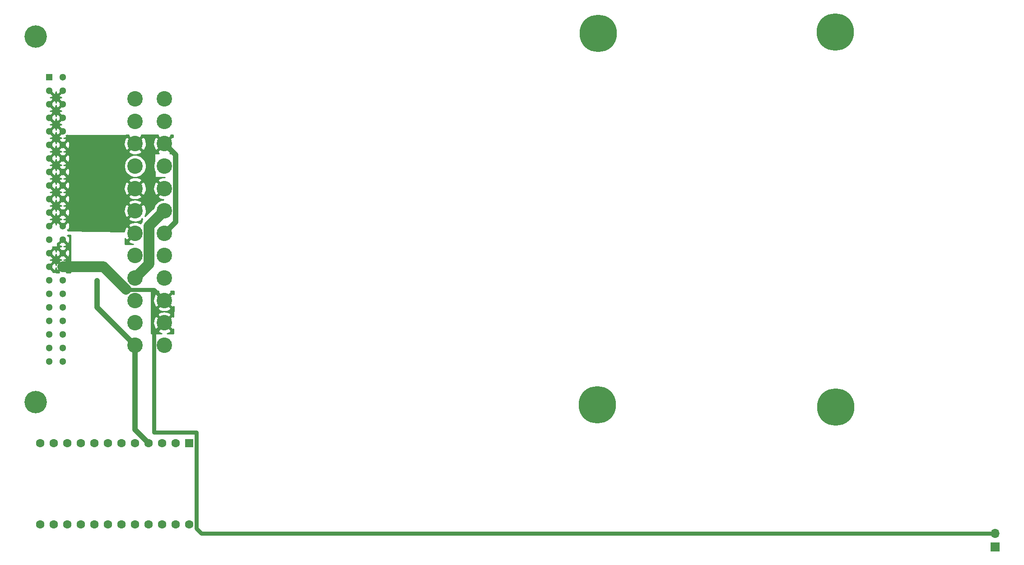
<source format=gbr>
%TF.GenerationSoftware,KiCad,Pcbnew,(5.1.9)-1*%
%TF.CreationDate,2021-07-01T20:44:51-05:00*%
%TF.ProjectId,FM Towns Pico Adapter,464d2054-6f77-46e7-9320-5069636f2041,rev?*%
%TF.SameCoordinates,Original*%
%TF.FileFunction,Copper,L2,Bot*%
%TF.FilePolarity,Positive*%
%FSLAX46Y46*%
G04 Gerber Fmt 4.6, Leading zero omitted, Abs format (unit mm)*
G04 Created by KiCad (PCBNEW (5.1.9)-1) date 2021-07-01 20:44:51*
%MOMM*%
%LPD*%
G01*
G04 APERTURE LIST*
%TA.AperFunction,ComponentPad*%
%ADD10C,7.000000*%
%TD*%
%TA.AperFunction,ComponentPad*%
%ADD11C,0.800000*%
%TD*%
%TA.AperFunction,ComponentPad*%
%ADD12C,1.600000*%
%TD*%
%TA.AperFunction,ComponentPad*%
%ADD13R,1.600000X1.600000*%
%TD*%
%TA.AperFunction,ComponentPad*%
%ADD14O,1.700000X1.700000*%
%TD*%
%TA.AperFunction,ComponentPad*%
%ADD15R,1.700000X1.700000*%
%TD*%
%TA.AperFunction,ComponentPad*%
%ADD16C,2.900000*%
%TD*%
%TA.AperFunction,ComponentPad*%
%ADD17C,4.200000*%
%TD*%
%TA.AperFunction,ComponentPad*%
%ADD18C,1.300000*%
%TD*%
%TA.AperFunction,ComponentPad*%
%ADD19R,1.300000X1.300000*%
%TD*%
%TA.AperFunction,ViaPad*%
%ADD20C,0.800000*%
%TD*%
%TA.AperFunction,Conductor*%
%ADD21C,1.000000*%
%TD*%
%TA.AperFunction,Conductor*%
%ADD22C,2.000000*%
%TD*%
%TA.AperFunction,Conductor*%
%ADD23C,0.750000*%
%TD*%
%TA.AperFunction,Conductor*%
%ADD24C,0.254000*%
%TD*%
%TA.AperFunction,Conductor*%
%ADD25C,0.100000*%
%TD*%
G04 APERTURE END LIST*
D10*
%TO.P,PAD2,1*%
%TO.N,N/C*%
X149523500Y-133373000D03*
D11*
X149523500Y-130748000D03*
X151379655Y-131516845D03*
X152148500Y-133373000D03*
X151379655Y-135229155D03*
X149523500Y-135998000D03*
X147667345Y-135229155D03*
X146898500Y-133373000D03*
X147667345Y-131516845D03*
%TD*%
D10*
%TO.P,PAD1,1*%
%TO.N,N/C*%
X194227500Y-133817500D03*
D11*
X194227500Y-131192500D03*
X196083655Y-131961345D03*
X196852500Y-133817500D03*
X196083655Y-135673655D03*
X194227500Y-136442500D03*
X192371345Y-135673655D03*
X191602500Y-133817500D03*
X192371345Y-131961345D03*
%TD*%
D10*
%TO.P,PAD3,1*%
%TO.N,N/C*%
X149714000Y-63713500D03*
D11*
X149714000Y-61088500D03*
X151570155Y-61857345D03*
X152339000Y-63713500D03*
X151570155Y-65569655D03*
X149714000Y-66338500D03*
X147857845Y-65569655D03*
X147089000Y-63713500D03*
X147857845Y-61857345D03*
%TD*%
D10*
%TO.P,PAD4,1*%
%TO.N,N/C*%
X194164000Y-63459500D03*
D11*
X194164000Y-60834500D03*
X196020155Y-61603345D03*
X196789000Y-63459500D03*
X196020155Y-65315655D03*
X194164000Y-66084500D03*
X192307845Y-65315655D03*
X191539000Y-63459500D03*
X192307845Y-61603345D03*
%TD*%
D12*
%TO.P,U1,24*%
%TO.N,/5V_STBY*%
X72993160Y-155795960D03*
%TO.P,U1,23*%
%TO.N,GND*%
X70453160Y-155795960D03*
%TO.P,U1,22*%
%TO.N,Net-(U1-Pad22)*%
X67913160Y-155795960D03*
%TO.P,U1,21*%
%TO.N,Net-(U1-Pad21)*%
X65373160Y-155795960D03*
%TO.P,U1,20*%
%TO.N,Net-(U1-Pad20)*%
X62833160Y-155795960D03*
%TO.P,U1,19*%
%TO.N,Net-(U1-Pad19)*%
X60293160Y-155795960D03*
%TO.P,U1,18*%
%TO.N,Net-(U1-Pad18)*%
X57753160Y-155795960D03*
%TO.P,U1,17*%
%TO.N,Net-(U1-Pad17)*%
X55213160Y-155795960D03*
%TO.P,U1,16*%
%TO.N,Net-(U1-Pad16)*%
X52673160Y-155795960D03*
%TO.P,U1,15*%
%TO.N,Net-(U1-Pad15)*%
X50133160Y-155795960D03*
%TO.P,U1,14*%
%TO.N,Net-(U1-Pad14)*%
X47593160Y-155795960D03*
%TO.P,U1,13*%
%TO.N,Net-(U1-Pad13)*%
X45053160Y-155795960D03*
%TO.P,U1,12*%
%TO.N,Net-(U1-Pad12)*%
X45053160Y-140555960D03*
%TO.P,U1,11*%
%TO.N,Net-(U1-Pad11)*%
X47593160Y-140555960D03*
%TO.P,U1,10*%
%TO.N,Net-(U1-Pad10)*%
X50133160Y-140555960D03*
%TO.P,U1,9*%
%TO.N,/FM_PS_ON_N*%
X52673160Y-140555960D03*
%TO.P,U1,8*%
%TO.N,Net-(U1-Pad8)*%
X55213160Y-140555960D03*
%TO.P,U1,7*%
%TO.N,/FM_PS_OFF_N*%
X57753160Y-140555960D03*
%TO.P,U1,6*%
%TO.N,/PS_ON*%
X60293160Y-140555960D03*
%TO.P,U1,5*%
%TO.N,Net-(U1-Pad5)*%
X62833160Y-140555960D03*
%TO.P,U1,4*%
%TO.N,GND*%
X65373160Y-140555960D03*
%TO.P,U1,3*%
X67913160Y-140555960D03*
%TO.P,U1,2*%
%TO.N,Net-(U1-Pad2)*%
X70453160Y-140555960D03*
D13*
%TO.P,U1,1*%
%TO.N,Net-(U1-Pad1)*%
X72993160Y-140555960D03*
%TD*%
D14*
%TO.P,STOCK_FAN,2*%
%TO.N,+12V*%
X224140000Y-157510000D03*
D15*
%TO.P,STOCK_FAN,1*%
%TO.N,GND*%
X224140000Y-160050000D03*
%TD*%
D16*
%TO.P,J1,24*%
%TO.N,GND*%
X62857140Y-122170600D03*
%TO.P,J1,23*%
%TO.N,+5V*%
X62857140Y-117970600D03*
%TO.P,J1,22*%
X62857140Y-113770600D03*
%TO.P,J1,21*%
X62857140Y-109570600D03*
%TO.P,J1,20*%
%TO.N,Net-(J1-Pad20)*%
X62857140Y-105370600D03*
%TO.P,J1,19*%
%TO.N,GND*%
X62857140Y-101170600D03*
%TO.P,J1,18*%
X62857140Y-96970600D03*
%TO.P,J1,17*%
X62857140Y-92770600D03*
%TO.P,J1,16*%
%TO.N,/PS_ON*%
X62857140Y-88570600D03*
%TO.P,J1,15*%
%TO.N,GND*%
X62857140Y-84370600D03*
%TO.P,J1,14*%
%TO.N,-12V*%
X62857140Y-80170600D03*
%TO.P,J1,13*%
%TO.N,Net-(J1-Pad13)*%
X62857140Y-75970600D03*
%TO.P,J1,12*%
%TO.N,Net-(J1-Pad12)*%
X68357140Y-122170600D03*
%TO.P,J1,11*%
%TO.N,+12V*%
X68357140Y-117970600D03*
%TO.P,J1,10*%
X68357140Y-113770600D03*
%TO.P,J1,9*%
%TO.N,/5V_STBY*%
X68357140Y-109570600D03*
%TO.P,J1,8*%
%TO.N,Net-(J1-Pad8)*%
X68357140Y-105370600D03*
%TO.P,J1,7*%
%TO.N,GND*%
X68357140Y-101170600D03*
%TO.P,J1,6*%
%TO.N,+5V*%
X68357140Y-96970600D03*
%TO.P,J1,5*%
%TO.N,GND*%
X68357140Y-92770600D03*
%TO.P,J1,4*%
%TO.N,+5V*%
X68357140Y-88570600D03*
%TO.P,J1,3*%
%TO.N,GND*%
X68357140Y-84370600D03*
%TO.P,J1,2*%
%TO.N,Net-(J1-Pad2)*%
X68357140Y-80170600D03*
%TO.P,J1,1*%
%TO.N,Net-(J1-Pad1)*%
X68357140Y-75970600D03*
%TD*%
D17*
%TO.P,J2,MH2*%
%TO.N,Net-(J2-PadMH2)*%
X44196000Y-132842000D03*
%TO.P,J2,MH1*%
%TO.N,Net-(J2-PadMH1)*%
X44196000Y-64262000D03*
D18*
%TO.P,J2,B22*%
%TO.N,+5V*%
X49276000Y-125222000D03*
%TO.P,J2,B21*%
X49276000Y-122682000D03*
%TO.P,J2,B20*%
X49276000Y-120142000D03*
%TO.P,J2,B19*%
X49276000Y-117602000D03*
%TO.P,J2,B18*%
X49276000Y-115062000D03*
%TO.P,J2,B17*%
X49276000Y-112522000D03*
%TO.P,J2,B16*%
X49276000Y-109982000D03*
%TO.P,J2,B15*%
%TO.N,+12V*%
X49276000Y-107442000D03*
%TO.P,J2,B14*%
X49276000Y-104902000D03*
%TO.P,J2,B13*%
X49276000Y-102362000D03*
%TO.P,J2,B12*%
%TO.N,GND*%
X49276000Y-99822000D03*
%TO.P,J2,B11*%
X49276000Y-97282000D03*
%TO.P,J2,B10*%
X49276000Y-94742000D03*
%TO.P,J2,B9*%
X49276000Y-92202000D03*
%TO.P,J2,B8*%
X49276000Y-89662000D03*
%TO.P,J2,B7*%
X49276000Y-87122000D03*
%TO.P,J2,B6*%
X49276000Y-84582000D03*
%TO.P,J2,B5*%
X49276000Y-82042000D03*
%TO.P,J2,B4*%
X49276000Y-79502000D03*
%TO.P,J2,B3*%
X49276000Y-76962000D03*
%TO.P,J2,B2*%
X49276000Y-74422000D03*
%TO.P,J2,B1*%
%TO.N,/FM_PS_ON_N*%
X49276000Y-71882000D03*
%TO.P,J2,A22*%
%TO.N,+5V*%
X46736000Y-125222000D03*
%TO.P,J2,A21*%
X46736000Y-122682000D03*
%TO.P,J2,A20*%
X46736000Y-120142000D03*
%TO.P,J2,A19*%
X46736000Y-117602000D03*
%TO.P,J2,A18*%
X46736000Y-115062000D03*
%TO.P,J2,A17*%
X46736000Y-112522000D03*
%TO.P,J2,A16*%
X46736000Y-109982000D03*
%TO.P,J2,A15*%
%TO.N,+12V*%
X46736000Y-107442000D03*
%TO.P,J2,A14*%
X46736000Y-104902000D03*
%TO.P,J2,A13*%
%TO.N,-12V*%
X46736000Y-102362000D03*
%TO.P,J2,A12*%
%TO.N,GND*%
X46736000Y-99822000D03*
%TO.P,J2,A11*%
X46736000Y-97282000D03*
%TO.P,J2,A10*%
X46736000Y-94742000D03*
%TO.P,J2,A9*%
X46736000Y-92202000D03*
%TO.P,J2,A8*%
X46736000Y-89662000D03*
%TO.P,J2,A7*%
X46736000Y-87122000D03*
%TO.P,J2,A6*%
X46736000Y-84582000D03*
%TO.P,J2,A5*%
X46736000Y-82042000D03*
%TO.P,J2,A4*%
X46736000Y-79502000D03*
%TO.P,J2,A3*%
X46736000Y-76962000D03*
%TO.P,J2,A2*%
X46736000Y-74422000D03*
D19*
%TO.P,J2,A1*%
%TO.N,/FM_PS_OFF_N*%
X46736000Y-71882000D03*
%TD*%
D20*
%TO.N,GND*%
X55758080Y-110088680D03*
%TD*%
D21*
%TO.N,GND*%
X70459541Y-86473001D02*
X68357140Y-84370600D01*
X70459541Y-99068199D02*
X70459541Y-86473001D01*
X68357140Y-101170600D02*
X70459541Y-99068199D01*
X62857140Y-138039940D02*
X65373160Y-140555960D01*
X62857140Y-122170600D02*
X62857140Y-138039940D01*
X62857140Y-122170600D02*
X55758080Y-115071540D01*
X55758080Y-115071540D02*
X55758080Y-110088680D01*
X55758080Y-110088680D02*
X55758080Y-110088680D01*
D22*
%TO.N,+5V*%
X65459541Y-99868199D02*
X68357140Y-96970600D01*
X65459541Y-106968199D02*
X65459541Y-99868199D01*
X62857140Y-109570600D02*
X65459541Y-106968199D01*
D23*
%TO.N,+12V*%
X66379739Y-119948001D02*
X66379739Y-138500499D01*
X68357140Y-117970600D02*
X66379739Y-119948001D01*
X66379739Y-138500499D02*
X66426080Y-138546840D01*
X224140000Y-157510000D02*
X75269880Y-157510000D01*
X74325480Y-156565600D02*
X74325480Y-138546840D01*
X75269880Y-157510000D02*
X74325480Y-156565600D01*
X66426080Y-138546840D02*
X74325480Y-138546840D01*
X66379739Y-111793199D02*
X61953319Y-111793199D01*
X68357140Y-113770600D02*
X66379739Y-111793199D01*
X61953319Y-111793199D02*
X61518800Y-111358680D01*
D22*
X56876986Y-107442000D02*
X61156233Y-111721247D01*
X49276000Y-107442000D02*
X56876986Y-107442000D01*
%TD*%
D24*
%TO.N,+12V*%
X50749200Y-108567045D02*
X49930047Y-108549722D01*
X49981922Y-108327527D01*
X49276000Y-107621605D01*
X48570078Y-108327527D01*
X48615463Y-108521921D01*
X47402526Y-108496270D01*
X47441922Y-108327527D01*
X46736000Y-107621605D01*
X46721858Y-107635748D01*
X46542253Y-107456143D01*
X46556395Y-107442000D01*
X46915605Y-107442000D01*
X47621527Y-108147922D01*
X47850201Y-108094534D01*
X47956095Y-107864626D01*
X48007776Y-107649038D01*
X48026730Y-107768449D01*
X48114422Y-108005896D01*
X48161799Y-108094534D01*
X48390473Y-108147922D01*
X49096395Y-107442000D01*
X49455605Y-107442000D01*
X50161527Y-108147922D01*
X50390201Y-108094534D01*
X50496095Y-107864626D01*
X50555102Y-107618476D01*
X50564952Y-107365545D01*
X50525270Y-107115551D01*
X50437578Y-106878104D01*
X50390201Y-106789466D01*
X50161527Y-106736078D01*
X49455605Y-107442000D01*
X49096395Y-107442000D01*
X48390473Y-106736078D01*
X48161799Y-106789466D01*
X48055905Y-107019374D01*
X48004224Y-107234962D01*
X47985270Y-107115551D01*
X47897578Y-106878104D01*
X47850201Y-106789466D01*
X47621527Y-106736078D01*
X46915605Y-107442000D01*
X46556395Y-107442000D01*
X46542253Y-107427858D01*
X46721858Y-107248253D01*
X46736000Y-107262395D01*
X47441922Y-106556473D01*
X47388534Y-106327799D01*
X47158626Y-106221905D01*
X46943038Y-106170224D01*
X47062449Y-106151270D01*
X47299896Y-106063578D01*
X47388534Y-106016201D01*
X47441922Y-105787527D01*
X48570078Y-105787527D01*
X48623466Y-106016201D01*
X48853374Y-106122095D01*
X49068962Y-106173776D01*
X48949551Y-106192730D01*
X48712104Y-106280422D01*
X48623466Y-106327799D01*
X48570078Y-106556473D01*
X49276000Y-107262395D01*
X49981922Y-106556473D01*
X49928534Y-106327799D01*
X49698626Y-106221905D01*
X49483038Y-106170224D01*
X49602449Y-106151270D01*
X49839896Y-106063578D01*
X49928534Y-106016201D01*
X49981922Y-105787527D01*
X49276000Y-105081605D01*
X48570078Y-105787527D01*
X47441922Y-105787527D01*
X46736000Y-105081605D01*
X46721858Y-105095748D01*
X46542253Y-104916143D01*
X46556395Y-104902000D01*
X46915605Y-104902000D01*
X47621527Y-105607922D01*
X47850201Y-105554534D01*
X47956095Y-105324626D01*
X48007776Y-105109038D01*
X48026730Y-105228449D01*
X48114422Y-105465896D01*
X48161799Y-105554534D01*
X48390473Y-105607922D01*
X49096395Y-104902000D01*
X49455605Y-104902000D01*
X50161527Y-105607922D01*
X50390201Y-105554534D01*
X50496095Y-105324626D01*
X50555102Y-105078476D01*
X50564952Y-104825545D01*
X50525270Y-104575551D01*
X50437578Y-104338104D01*
X50390201Y-104249466D01*
X50161527Y-104196078D01*
X49455605Y-104902000D01*
X49096395Y-104902000D01*
X48390473Y-104196078D01*
X48161799Y-104249466D01*
X48055905Y-104479374D01*
X48004224Y-104694962D01*
X47985270Y-104575551D01*
X47897578Y-104338104D01*
X47850201Y-104249466D01*
X47621527Y-104196078D01*
X46915605Y-104902000D01*
X46556395Y-104902000D01*
X46542253Y-104887858D01*
X46721858Y-104708253D01*
X46736000Y-104722395D01*
X47441922Y-104016473D01*
X47388534Y-103787799D01*
X47348067Y-103769160D01*
X48153320Y-103769160D01*
X48178096Y-103766720D01*
X48201921Y-103759493D01*
X48223877Y-103747757D01*
X48243123Y-103731963D01*
X48258917Y-103712717D01*
X48270653Y-103690761D01*
X48277880Y-103666936D01*
X48280320Y-103642160D01*
X48280320Y-103247527D01*
X48570078Y-103247527D01*
X48623466Y-103476201D01*
X48853374Y-103582095D01*
X49068962Y-103633776D01*
X48949551Y-103652730D01*
X48712104Y-103740422D01*
X48623466Y-103787799D01*
X48570078Y-104016473D01*
X49276000Y-104722395D01*
X49981922Y-104016473D01*
X49928534Y-103787799D01*
X49698626Y-103681905D01*
X49483038Y-103630224D01*
X49602449Y-103611270D01*
X49839896Y-103523578D01*
X49928534Y-103476201D01*
X49981922Y-103247527D01*
X49276000Y-102541605D01*
X48570078Y-103247527D01*
X48280320Y-103247527D01*
X48280320Y-103042205D01*
X48390473Y-103067922D01*
X49096395Y-102362000D01*
X49082253Y-102347858D01*
X49261858Y-102168253D01*
X49276000Y-102182395D01*
X49290143Y-102168253D01*
X49469748Y-102347858D01*
X49455605Y-102362000D01*
X50161527Y-103067922D01*
X50390201Y-103014534D01*
X50496095Y-102784626D01*
X50555102Y-102538476D01*
X50564952Y-102285545D01*
X50525270Y-102035551D01*
X50437578Y-101798104D01*
X50390201Y-101709466D01*
X50161529Y-101656079D01*
X50273488Y-101544120D01*
X50749200Y-101544120D01*
X50749200Y-108567045D01*
%TA.AperFunction,Conductor*%
D25*
G36*
X50749200Y-108567045D02*
G01*
X49930047Y-108549722D01*
X49981922Y-108327527D01*
X49276000Y-107621605D01*
X48570078Y-108327527D01*
X48615463Y-108521921D01*
X47402526Y-108496270D01*
X47441922Y-108327527D01*
X46736000Y-107621605D01*
X46721858Y-107635748D01*
X46542253Y-107456143D01*
X46556395Y-107442000D01*
X46915605Y-107442000D01*
X47621527Y-108147922D01*
X47850201Y-108094534D01*
X47956095Y-107864626D01*
X48007776Y-107649038D01*
X48026730Y-107768449D01*
X48114422Y-108005896D01*
X48161799Y-108094534D01*
X48390473Y-108147922D01*
X49096395Y-107442000D01*
X49455605Y-107442000D01*
X50161527Y-108147922D01*
X50390201Y-108094534D01*
X50496095Y-107864626D01*
X50555102Y-107618476D01*
X50564952Y-107365545D01*
X50525270Y-107115551D01*
X50437578Y-106878104D01*
X50390201Y-106789466D01*
X50161527Y-106736078D01*
X49455605Y-107442000D01*
X49096395Y-107442000D01*
X48390473Y-106736078D01*
X48161799Y-106789466D01*
X48055905Y-107019374D01*
X48004224Y-107234962D01*
X47985270Y-107115551D01*
X47897578Y-106878104D01*
X47850201Y-106789466D01*
X47621527Y-106736078D01*
X46915605Y-107442000D01*
X46556395Y-107442000D01*
X46542253Y-107427858D01*
X46721858Y-107248253D01*
X46736000Y-107262395D01*
X47441922Y-106556473D01*
X47388534Y-106327799D01*
X47158626Y-106221905D01*
X46943038Y-106170224D01*
X47062449Y-106151270D01*
X47299896Y-106063578D01*
X47388534Y-106016201D01*
X47441922Y-105787527D01*
X48570078Y-105787527D01*
X48623466Y-106016201D01*
X48853374Y-106122095D01*
X49068962Y-106173776D01*
X48949551Y-106192730D01*
X48712104Y-106280422D01*
X48623466Y-106327799D01*
X48570078Y-106556473D01*
X49276000Y-107262395D01*
X49981922Y-106556473D01*
X49928534Y-106327799D01*
X49698626Y-106221905D01*
X49483038Y-106170224D01*
X49602449Y-106151270D01*
X49839896Y-106063578D01*
X49928534Y-106016201D01*
X49981922Y-105787527D01*
X49276000Y-105081605D01*
X48570078Y-105787527D01*
X47441922Y-105787527D01*
X46736000Y-105081605D01*
X46721858Y-105095748D01*
X46542253Y-104916143D01*
X46556395Y-104902000D01*
X46915605Y-104902000D01*
X47621527Y-105607922D01*
X47850201Y-105554534D01*
X47956095Y-105324626D01*
X48007776Y-105109038D01*
X48026730Y-105228449D01*
X48114422Y-105465896D01*
X48161799Y-105554534D01*
X48390473Y-105607922D01*
X49096395Y-104902000D01*
X49455605Y-104902000D01*
X50161527Y-105607922D01*
X50390201Y-105554534D01*
X50496095Y-105324626D01*
X50555102Y-105078476D01*
X50564952Y-104825545D01*
X50525270Y-104575551D01*
X50437578Y-104338104D01*
X50390201Y-104249466D01*
X50161527Y-104196078D01*
X49455605Y-104902000D01*
X49096395Y-104902000D01*
X48390473Y-104196078D01*
X48161799Y-104249466D01*
X48055905Y-104479374D01*
X48004224Y-104694962D01*
X47985270Y-104575551D01*
X47897578Y-104338104D01*
X47850201Y-104249466D01*
X47621527Y-104196078D01*
X46915605Y-104902000D01*
X46556395Y-104902000D01*
X46542253Y-104887858D01*
X46721858Y-104708253D01*
X46736000Y-104722395D01*
X47441922Y-104016473D01*
X47388534Y-103787799D01*
X47348067Y-103769160D01*
X48153320Y-103769160D01*
X48178096Y-103766720D01*
X48201921Y-103759493D01*
X48223877Y-103747757D01*
X48243123Y-103731963D01*
X48258917Y-103712717D01*
X48270653Y-103690761D01*
X48277880Y-103666936D01*
X48280320Y-103642160D01*
X48280320Y-103247527D01*
X48570078Y-103247527D01*
X48623466Y-103476201D01*
X48853374Y-103582095D01*
X49068962Y-103633776D01*
X48949551Y-103652730D01*
X48712104Y-103740422D01*
X48623466Y-103787799D01*
X48570078Y-104016473D01*
X49276000Y-104722395D01*
X49981922Y-104016473D01*
X49928534Y-103787799D01*
X49698626Y-103681905D01*
X49483038Y-103630224D01*
X49602449Y-103611270D01*
X49839896Y-103523578D01*
X49928534Y-103476201D01*
X49981922Y-103247527D01*
X49276000Y-102541605D01*
X48570078Y-103247527D01*
X48280320Y-103247527D01*
X48280320Y-103042205D01*
X48390473Y-103067922D01*
X49096395Y-102362000D01*
X49082253Y-102347858D01*
X49261858Y-102168253D01*
X49276000Y-102182395D01*
X49290143Y-102168253D01*
X49469748Y-102347858D01*
X49455605Y-102362000D01*
X50161527Y-103067922D01*
X50390201Y-103014534D01*
X50496095Y-102784626D01*
X50555102Y-102538476D01*
X50564952Y-102285545D01*
X50525270Y-102035551D01*
X50437578Y-101798104D01*
X50390201Y-101709466D01*
X50161529Y-101656079D01*
X50273488Y-101544120D01*
X50749200Y-101544120D01*
X50749200Y-108567045D01*
G37*
%TD.AperFunction*%
%TD*%
D24*
%TO.N,+12V*%
X67217176Y-112032073D02*
X67080693Y-112314548D01*
X68357140Y-113590995D01*
X69633587Y-112314548D01*
X69510848Y-112060517D01*
X70137763Y-112068292D01*
X70129418Y-112654971D01*
X70123633Y-112644148D01*
X69813192Y-112494153D01*
X68536745Y-113770600D01*
X69813192Y-115047047D01*
X70097347Y-114909753D01*
X70070200Y-116818331D01*
X69813192Y-116694153D01*
X68536745Y-117970600D01*
X69813192Y-119247047D01*
X70037194Y-119138817D01*
X70024885Y-120004172D01*
X68871431Y-119996049D01*
X69200102Y-119888621D01*
X69483592Y-119737093D01*
X69633587Y-119426652D01*
X68357140Y-118150205D01*
X67080693Y-119426652D01*
X67230688Y-119737093D01*
X67596959Y-119922911D01*
X67831907Y-119988729D01*
X65917613Y-119975248D01*
X65910341Y-118015401D01*
X66262531Y-118015401D01*
X66311519Y-118423177D01*
X66439119Y-118813562D01*
X66590647Y-119097052D01*
X66901088Y-119247047D01*
X68177535Y-117970600D01*
X66901088Y-116694153D01*
X66590647Y-116844148D01*
X66404829Y-117210419D01*
X66294039Y-117605903D01*
X66262531Y-118015401D01*
X65910341Y-118015401D01*
X65904773Y-116514548D01*
X67080693Y-116514548D01*
X68357140Y-117790995D01*
X69633587Y-116514548D01*
X69483592Y-116204107D01*
X69117321Y-116018289D01*
X68721837Y-115907499D01*
X68312339Y-115875991D01*
X67904563Y-115924979D01*
X67514178Y-116052579D01*
X67230688Y-116204107D01*
X67080693Y-116514548D01*
X65904773Y-116514548D01*
X65899994Y-115226652D01*
X67080693Y-115226652D01*
X67230688Y-115537093D01*
X67596959Y-115722911D01*
X67992443Y-115833701D01*
X68401941Y-115865209D01*
X68809717Y-115816221D01*
X69200102Y-115688621D01*
X69483592Y-115537093D01*
X69633587Y-115226652D01*
X68357140Y-113950205D01*
X67080693Y-115226652D01*
X65899994Y-115226652D01*
X65894757Y-113815401D01*
X66262531Y-113815401D01*
X66311519Y-114223177D01*
X66439119Y-114613562D01*
X66590647Y-114897052D01*
X66901088Y-115047047D01*
X68177535Y-113770600D01*
X66901088Y-112494153D01*
X66590647Y-112644148D01*
X66404829Y-113010419D01*
X66294039Y-113405903D01*
X66262531Y-113815401D01*
X65894757Y-113815401D01*
X65888078Y-112015590D01*
X67217176Y-112032073D01*
%TA.AperFunction,Conductor*%
D25*
G36*
X67217176Y-112032073D02*
G01*
X67080693Y-112314548D01*
X68357140Y-113590995D01*
X69633587Y-112314548D01*
X69510848Y-112060517D01*
X70137763Y-112068292D01*
X70129418Y-112654971D01*
X70123633Y-112644148D01*
X69813192Y-112494153D01*
X68536745Y-113770600D01*
X69813192Y-115047047D01*
X70097347Y-114909753D01*
X70070200Y-116818331D01*
X69813192Y-116694153D01*
X68536745Y-117970600D01*
X69813192Y-119247047D01*
X70037194Y-119138817D01*
X70024885Y-120004172D01*
X68871431Y-119996049D01*
X69200102Y-119888621D01*
X69483592Y-119737093D01*
X69633587Y-119426652D01*
X68357140Y-118150205D01*
X67080693Y-119426652D01*
X67230688Y-119737093D01*
X67596959Y-119922911D01*
X67831907Y-119988729D01*
X65917613Y-119975248D01*
X65910341Y-118015401D01*
X66262531Y-118015401D01*
X66311519Y-118423177D01*
X66439119Y-118813562D01*
X66590647Y-119097052D01*
X66901088Y-119247047D01*
X68177535Y-117970600D01*
X66901088Y-116694153D01*
X66590647Y-116844148D01*
X66404829Y-117210419D01*
X66294039Y-117605903D01*
X66262531Y-118015401D01*
X65910341Y-118015401D01*
X65904773Y-116514548D01*
X67080693Y-116514548D01*
X68357140Y-117790995D01*
X69633587Y-116514548D01*
X69483592Y-116204107D01*
X69117321Y-116018289D01*
X68721837Y-115907499D01*
X68312339Y-115875991D01*
X67904563Y-115924979D01*
X67514178Y-116052579D01*
X67230688Y-116204107D01*
X67080693Y-116514548D01*
X65904773Y-116514548D01*
X65899994Y-115226652D01*
X67080693Y-115226652D01*
X67230688Y-115537093D01*
X67596959Y-115722911D01*
X67992443Y-115833701D01*
X68401941Y-115865209D01*
X68809717Y-115816221D01*
X69200102Y-115688621D01*
X69483592Y-115537093D01*
X69633587Y-115226652D01*
X68357140Y-113950205D01*
X67080693Y-115226652D01*
X65899994Y-115226652D01*
X65894757Y-113815401D01*
X66262531Y-113815401D01*
X66311519Y-114223177D01*
X66439119Y-114613562D01*
X66590647Y-114897052D01*
X66901088Y-115047047D01*
X68177535Y-113770600D01*
X66901088Y-112494153D01*
X66590647Y-112644148D01*
X66404829Y-113010419D01*
X66294039Y-113405903D01*
X66262531Y-113815401D01*
X65894757Y-113815401D01*
X65888078Y-112015590D01*
X67217176Y-112032073D01*
G37*
%TD.AperFunction*%
%TD*%
D24*
%TO.N,GND*%
X69923258Y-83147333D02*
X69813192Y-83094153D01*
X68536745Y-84370600D01*
X69813192Y-85647047D01*
X69933278Y-85589025D01*
X69935835Y-86212111D01*
X69348137Y-86209495D01*
X69483592Y-86137093D01*
X69633587Y-85826652D01*
X68357140Y-84550205D01*
X67080693Y-85826652D01*
X67230688Y-86137093D01*
X67355923Y-86200628D01*
X66640005Y-86197441D01*
X66615218Y-86199771D01*
X66591362Y-86206892D01*
X66569353Y-86218530D01*
X66550038Y-86234239D01*
X66534158Y-86253413D01*
X66522325Y-86275317D01*
X66514992Y-86299109D01*
X66512441Y-86325049D01*
X66518410Y-87569553D01*
X66509437Y-87582982D01*
X66352266Y-87962428D01*
X66272140Y-88365245D01*
X66272140Y-88775955D01*
X66352266Y-89178772D01*
X66509437Y-89558218D01*
X66528082Y-89586122D01*
X66532761Y-90561769D01*
X66535321Y-90586534D01*
X66542662Y-90610323D01*
X66554503Y-90632223D01*
X66570389Y-90651392D01*
X66589710Y-90667094D01*
X66611723Y-90678724D01*
X66635581Y-90685837D01*
X66662344Y-90688134D01*
X68261157Y-90655600D01*
X68366045Y-90655600D01*
X68399540Y-90682701D01*
X68312339Y-90675991D01*
X67904563Y-90724979D01*
X67514178Y-90852579D01*
X67230688Y-91004107D01*
X67080693Y-91314548D01*
X68357140Y-92590995D01*
X68371283Y-92576853D01*
X68550888Y-92756458D01*
X68536745Y-92770600D01*
X68550888Y-92784743D01*
X68371283Y-92964348D01*
X68357140Y-92950205D01*
X67080693Y-94226652D01*
X67230688Y-94537093D01*
X67596959Y-94722911D01*
X67992443Y-94833701D01*
X68171823Y-94847503D01*
X68122587Y-94891408D01*
X67748968Y-94965726D01*
X67369522Y-95122897D01*
X67028030Y-95351075D01*
X66737615Y-95641490D01*
X66509437Y-95982982D01*
X66352266Y-96362428D01*
X66326251Y-96493214D01*
X64702936Y-97940736D01*
X64809451Y-97730781D01*
X64920241Y-97335297D01*
X64951749Y-96925799D01*
X64902761Y-96518023D01*
X64775161Y-96127638D01*
X64623633Y-95844148D01*
X64313192Y-95694153D01*
X63036745Y-96970600D01*
X63050888Y-96984743D01*
X62871283Y-97164348D01*
X62857140Y-97150205D01*
X61580693Y-98426652D01*
X61730688Y-98737093D01*
X62096959Y-98922911D01*
X62492443Y-99033701D01*
X62901941Y-99065209D01*
X63309717Y-99016221D01*
X63700102Y-98888621D01*
X63983592Y-98737093D01*
X64133586Y-98426654D01*
X64159825Y-98452893D01*
X64159380Y-98454105D01*
X64155332Y-98484246D01*
X64149899Y-98886738D01*
X64093511Y-98955447D01*
X63941689Y-99239485D01*
X63904001Y-99363728D01*
X63617321Y-99218289D01*
X63221837Y-99107499D01*
X62812339Y-99075991D01*
X62404563Y-99124979D01*
X62014178Y-99252579D01*
X61730688Y-99404107D01*
X61580693Y-99714548D01*
X62857140Y-100990995D01*
X62871283Y-100976853D01*
X63050888Y-101156458D01*
X63036745Y-101170600D01*
X63050888Y-101184743D01*
X62871283Y-101364348D01*
X62857140Y-101350205D01*
X61580693Y-102626652D01*
X61730688Y-102937093D01*
X62096959Y-103122911D01*
X62488141Y-103232496D01*
X61017703Y-103216757D01*
X60988532Y-102106007D01*
X61090647Y-102297052D01*
X61401088Y-102447047D01*
X62677535Y-101170600D01*
X61401088Y-99894153D01*
X61090647Y-100044148D01*
X60955927Y-100309698D01*
X60984221Y-97897943D01*
X61090647Y-98097052D01*
X61401088Y-98247047D01*
X62677535Y-96970600D01*
X61401088Y-95694153D01*
X61090647Y-95844148D01*
X61006367Y-96010274D01*
X61012182Y-95514548D01*
X61580693Y-95514548D01*
X62857140Y-96790995D01*
X64133587Y-95514548D01*
X63983592Y-95204107D01*
X63617321Y-95018289D01*
X63221837Y-94907499D01*
X62812339Y-94875991D01*
X62404563Y-94924979D01*
X62014178Y-95052579D01*
X61730688Y-95204107D01*
X61580693Y-95514548D01*
X61012182Y-95514548D01*
X61027292Y-94226652D01*
X61580693Y-94226652D01*
X61730688Y-94537093D01*
X62096959Y-94722911D01*
X62492443Y-94833701D01*
X62901941Y-94865209D01*
X63309717Y-94816221D01*
X63700102Y-94688621D01*
X63983592Y-94537093D01*
X64133587Y-94226652D01*
X62857140Y-92950205D01*
X61580693Y-94226652D01*
X61027292Y-94226652D01*
X61032437Y-93788148D01*
X61090647Y-93897052D01*
X61401088Y-94047047D01*
X62677535Y-92770600D01*
X63036745Y-92770600D01*
X64313192Y-94047047D01*
X64623633Y-93897052D01*
X64809451Y-93530781D01*
X64920241Y-93135297D01*
X64944854Y-92815401D01*
X66262531Y-92815401D01*
X66311519Y-93223177D01*
X66439119Y-93613562D01*
X66590647Y-93897052D01*
X66901088Y-94047047D01*
X68177535Y-92770600D01*
X66901088Y-91494153D01*
X66590647Y-91644148D01*
X66404829Y-92010419D01*
X66294039Y-92405903D01*
X66262531Y-92815401D01*
X64944854Y-92815401D01*
X64951749Y-92725799D01*
X64902761Y-92318023D01*
X64775161Y-91927638D01*
X64623633Y-91644148D01*
X64313192Y-91494153D01*
X63036745Y-92770600D01*
X62677535Y-92770600D01*
X61401088Y-91494153D01*
X61090647Y-91644148D01*
X61056807Y-91710850D01*
X61061456Y-91314548D01*
X61580693Y-91314548D01*
X62857140Y-92590995D01*
X64133587Y-91314548D01*
X63983592Y-91004107D01*
X63617321Y-90818289D01*
X63221837Y-90707499D01*
X62812339Y-90675991D01*
X62404563Y-90724979D01*
X62014178Y-90852579D01*
X61730688Y-91004107D01*
X61580693Y-91314548D01*
X61061456Y-91314548D01*
X61080809Y-89665033D01*
X61237615Y-89899710D01*
X61528030Y-90190125D01*
X61869522Y-90418303D01*
X62248968Y-90575474D01*
X62651785Y-90655600D01*
X63062495Y-90655600D01*
X63465312Y-90575474D01*
X63844758Y-90418303D01*
X64186250Y-90190125D01*
X64476665Y-89899710D01*
X64704843Y-89558218D01*
X64862014Y-89178772D01*
X64942140Y-88775955D01*
X64942140Y-88365245D01*
X64862014Y-87962428D01*
X64704843Y-87582982D01*
X64476665Y-87241490D01*
X64186250Y-86951075D01*
X63844758Y-86722897D01*
X63465312Y-86565726D01*
X63062495Y-86485600D01*
X62651785Y-86485600D01*
X62248968Y-86565726D01*
X61869522Y-86722897D01*
X61528030Y-86951075D01*
X61237615Y-87241490D01*
X61106947Y-87437048D01*
X61125840Y-85826652D01*
X61580693Y-85826652D01*
X61730688Y-86137093D01*
X62096959Y-86322911D01*
X62492443Y-86433701D01*
X62901941Y-86465209D01*
X63309717Y-86416221D01*
X63700102Y-86288621D01*
X63983592Y-86137093D01*
X64133587Y-85826652D01*
X62857140Y-84550205D01*
X61580693Y-85826652D01*
X61125840Y-85826652D01*
X61129487Y-85515818D01*
X61401088Y-85647047D01*
X62677535Y-84370600D01*
X63036745Y-84370600D01*
X64313192Y-85647047D01*
X64623633Y-85497052D01*
X64809451Y-85130781D01*
X64920241Y-84735297D01*
X64944854Y-84415401D01*
X66262531Y-84415401D01*
X66311519Y-84823177D01*
X66439119Y-85213562D01*
X66590647Y-85497052D01*
X66901088Y-85647047D01*
X68177535Y-84370600D01*
X66901088Y-83094153D01*
X66590647Y-83244148D01*
X66404829Y-83610419D01*
X66294039Y-84005903D01*
X66262531Y-84415401D01*
X64944854Y-84415401D01*
X64951749Y-84325799D01*
X64902761Y-83918023D01*
X64775161Y-83527638D01*
X64623633Y-83244148D01*
X64313192Y-83094153D01*
X63036745Y-84370600D01*
X62677535Y-84370600D01*
X61401088Y-83094153D01*
X61156511Y-83212325D01*
X61161721Y-82768228D01*
X61651790Y-82767399D01*
X61580693Y-82914548D01*
X62857140Y-84190995D01*
X64133587Y-82914548D01*
X64060521Y-82763326D01*
X67156288Y-82758091D01*
X67080693Y-82914548D01*
X68357140Y-84190995D01*
X69633587Y-82914548D01*
X69556031Y-82754032D01*
X69921641Y-82753414D01*
X69923258Y-83147333D01*
%TA.AperFunction,Conductor*%
D25*
G36*
X69923258Y-83147333D02*
G01*
X69813192Y-83094153D01*
X68536745Y-84370600D01*
X69813192Y-85647047D01*
X69933278Y-85589025D01*
X69935835Y-86212111D01*
X69348137Y-86209495D01*
X69483592Y-86137093D01*
X69633587Y-85826652D01*
X68357140Y-84550205D01*
X67080693Y-85826652D01*
X67230688Y-86137093D01*
X67355923Y-86200628D01*
X66640005Y-86197441D01*
X66615218Y-86199771D01*
X66591362Y-86206892D01*
X66569353Y-86218530D01*
X66550038Y-86234239D01*
X66534158Y-86253413D01*
X66522325Y-86275317D01*
X66514992Y-86299109D01*
X66512441Y-86325049D01*
X66518410Y-87569553D01*
X66509437Y-87582982D01*
X66352266Y-87962428D01*
X66272140Y-88365245D01*
X66272140Y-88775955D01*
X66352266Y-89178772D01*
X66509437Y-89558218D01*
X66528082Y-89586122D01*
X66532761Y-90561769D01*
X66535321Y-90586534D01*
X66542662Y-90610323D01*
X66554503Y-90632223D01*
X66570389Y-90651392D01*
X66589710Y-90667094D01*
X66611723Y-90678724D01*
X66635581Y-90685837D01*
X66662344Y-90688134D01*
X68261157Y-90655600D01*
X68366045Y-90655600D01*
X68399540Y-90682701D01*
X68312339Y-90675991D01*
X67904563Y-90724979D01*
X67514178Y-90852579D01*
X67230688Y-91004107D01*
X67080693Y-91314548D01*
X68357140Y-92590995D01*
X68371283Y-92576853D01*
X68550888Y-92756458D01*
X68536745Y-92770600D01*
X68550888Y-92784743D01*
X68371283Y-92964348D01*
X68357140Y-92950205D01*
X67080693Y-94226652D01*
X67230688Y-94537093D01*
X67596959Y-94722911D01*
X67992443Y-94833701D01*
X68171823Y-94847503D01*
X68122587Y-94891408D01*
X67748968Y-94965726D01*
X67369522Y-95122897D01*
X67028030Y-95351075D01*
X66737615Y-95641490D01*
X66509437Y-95982982D01*
X66352266Y-96362428D01*
X66326251Y-96493214D01*
X64702936Y-97940736D01*
X64809451Y-97730781D01*
X64920241Y-97335297D01*
X64951749Y-96925799D01*
X64902761Y-96518023D01*
X64775161Y-96127638D01*
X64623633Y-95844148D01*
X64313192Y-95694153D01*
X63036745Y-96970600D01*
X63050888Y-96984743D01*
X62871283Y-97164348D01*
X62857140Y-97150205D01*
X61580693Y-98426652D01*
X61730688Y-98737093D01*
X62096959Y-98922911D01*
X62492443Y-99033701D01*
X62901941Y-99065209D01*
X63309717Y-99016221D01*
X63700102Y-98888621D01*
X63983592Y-98737093D01*
X64133586Y-98426654D01*
X64159825Y-98452893D01*
X64159380Y-98454105D01*
X64155332Y-98484246D01*
X64149899Y-98886738D01*
X64093511Y-98955447D01*
X63941689Y-99239485D01*
X63904001Y-99363728D01*
X63617321Y-99218289D01*
X63221837Y-99107499D01*
X62812339Y-99075991D01*
X62404563Y-99124979D01*
X62014178Y-99252579D01*
X61730688Y-99404107D01*
X61580693Y-99714548D01*
X62857140Y-100990995D01*
X62871283Y-100976853D01*
X63050888Y-101156458D01*
X63036745Y-101170600D01*
X63050888Y-101184743D01*
X62871283Y-101364348D01*
X62857140Y-101350205D01*
X61580693Y-102626652D01*
X61730688Y-102937093D01*
X62096959Y-103122911D01*
X62488141Y-103232496D01*
X61017703Y-103216757D01*
X60988532Y-102106007D01*
X61090647Y-102297052D01*
X61401088Y-102447047D01*
X62677535Y-101170600D01*
X61401088Y-99894153D01*
X61090647Y-100044148D01*
X60955927Y-100309698D01*
X60984221Y-97897943D01*
X61090647Y-98097052D01*
X61401088Y-98247047D01*
X62677535Y-96970600D01*
X61401088Y-95694153D01*
X61090647Y-95844148D01*
X61006367Y-96010274D01*
X61012182Y-95514548D01*
X61580693Y-95514548D01*
X62857140Y-96790995D01*
X64133587Y-95514548D01*
X63983592Y-95204107D01*
X63617321Y-95018289D01*
X63221837Y-94907499D01*
X62812339Y-94875991D01*
X62404563Y-94924979D01*
X62014178Y-95052579D01*
X61730688Y-95204107D01*
X61580693Y-95514548D01*
X61012182Y-95514548D01*
X61027292Y-94226652D01*
X61580693Y-94226652D01*
X61730688Y-94537093D01*
X62096959Y-94722911D01*
X62492443Y-94833701D01*
X62901941Y-94865209D01*
X63309717Y-94816221D01*
X63700102Y-94688621D01*
X63983592Y-94537093D01*
X64133587Y-94226652D01*
X62857140Y-92950205D01*
X61580693Y-94226652D01*
X61027292Y-94226652D01*
X61032437Y-93788148D01*
X61090647Y-93897052D01*
X61401088Y-94047047D01*
X62677535Y-92770600D01*
X63036745Y-92770600D01*
X64313192Y-94047047D01*
X64623633Y-93897052D01*
X64809451Y-93530781D01*
X64920241Y-93135297D01*
X64944854Y-92815401D01*
X66262531Y-92815401D01*
X66311519Y-93223177D01*
X66439119Y-93613562D01*
X66590647Y-93897052D01*
X66901088Y-94047047D01*
X68177535Y-92770600D01*
X66901088Y-91494153D01*
X66590647Y-91644148D01*
X66404829Y-92010419D01*
X66294039Y-92405903D01*
X66262531Y-92815401D01*
X64944854Y-92815401D01*
X64951749Y-92725799D01*
X64902761Y-92318023D01*
X64775161Y-91927638D01*
X64623633Y-91644148D01*
X64313192Y-91494153D01*
X63036745Y-92770600D01*
X62677535Y-92770600D01*
X61401088Y-91494153D01*
X61090647Y-91644148D01*
X61056807Y-91710850D01*
X61061456Y-91314548D01*
X61580693Y-91314548D01*
X62857140Y-92590995D01*
X64133587Y-91314548D01*
X63983592Y-91004107D01*
X63617321Y-90818289D01*
X63221837Y-90707499D01*
X62812339Y-90675991D01*
X62404563Y-90724979D01*
X62014178Y-90852579D01*
X61730688Y-91004107D01*
X61580693Y-91314548D01*
X61061456Y-91314548D01*
X61080809Y-89665033D01*
X61237615Y-89899710D01*
X61528030Y-90190125D01*
X61869522Y-90418303D01*
X62248968Y-90575474D01*
X62651785Y-90655600D01*
X63062495Y-90655600D01*
X63465312Y-90575474D01*
X63844758Y-90418303D01*
X64186250Y-90190125D01*
X64476665Y-89899710D01*
X64704843Y-89558218D01*
X64862014Y-89178772D01*
X64942140Y-88775955D01*
X64942140Y-88365245D01*
X64862014Y-87962428D01*
X64704843Y-87582982D01*
X64476665Y-87241490D01*
X64186250Y-86951075D01*
X63844758Y-86722897D01*
X63465312Y-86565726D01*
X63062495Y-86485600D01*
X62651785Y-86485600D01*
X62248968Y-86565726D01*
X61869522Y-86722897D01*
X61528030Y-86951075D01*
X61237615Y-87241490D01*
X61106947Y-87437048D01*
X61125840Y-85826652D01*
X61580693Y-85826652D01*
X61730688Y-86137093D01*
X62096959Y-86322911D01*
X62492443Y-86433701D01*
X62901941Y-86465209D01*
X63309717Y-86416221D01*
X63700102Y-86288621D01*
X63983592Y-86137093D01*
X64133587Y-85826652D01*
X62857140Y-84550205D01*
X61580693Y-85826652D01*
X61125840Y-85826652D01*
X61129487Y-85515818D01*
X61401088Y-85647047D01*
X62677535Y-84370600D01*
X63036745Y-84370600D01*
X64313192Y-85647047D01*
X64623633Y-85497052D01*
X64809451Y-85130781D01*
X64920241Y-84735297D01*
X64944854Y-84415401D01*
X66262531Y-84415401D01*
X66311519Y-84823177D01*
X66439119Y-85213562D01*
X66590647Y-85497052D01*
X66901088Y-85647047D01*
X68177535Y-84370600D01*
X66901088Y-83094153D01*
X66590647Y-83244148D01*
X66404829Y-83610419D01*
X66294039Y-84005903D01*
X66262531Y-84415401D01*
X64944854Y-84415401D01*
X64951749Y-84325799D01*
X64902761Y-83918023D01*
X64775161Y-83527638D01*
X64623633Y-83244148D01*
X64313192Y-83094153D01*
X63036745Y-84370600D01*
X62677535Y-84370600D01*
X61401088Y-83094153D01*
X61156511Y-83212325D01*
X61161721Y-82768228D01*
X61651790Y-82767399D01*
X61580693Y-82914548D01*
X62857140Y-84190995D01*
X64133587Y-82914548D01*
X64060521Y-82763326D01*
X67156288Y-82758091D01*
X67080693Y-82914548D01*
X68357140Y-84190995D01*
X69633587Y-82914548D01*
X69556031Y-82754032D01*
X69921641Y-82753414D01*
X69923258Y-83147333D01*
G37*
%TD.AperFunction*%
%TD*%
D24*
%TO.N,GND*%
X50175105Y-100541497D02*
X50161529Y-100527921D01*
X50175102Y-100524753D01*
X50175105Y-100541497D01*
%TA.AperFunction,Conductor*%
D25*
G36*
X50175105Y-100541497D02*
G01*
X50161529Y-100527921D01*
X50175102Y-100524753D01*
X50175105Y-100541497D01*
G37*
%TD.AperFunction*%
D24*
X49469748Y-74407858D02*
X49455605Y-74422000D01*
X49469748Y-74436143D01*
X49290143Y-74615748D01*
X49276000Y-74601605D01*
X48570078Y-75307527D01*
X48623466Y-75536201D01*
X48853374Y-75642095D01*
X49068962Y-75693776D01*
X48949551Y-75712730D01*
X48712104Y-75800422D01*
X48623466Y-75847799D01*
X48570078Y-76076473D01*
X49276000Y-76782395D01*
X49290143Y-76768253D01*
X49469748Y-76947858D01*
X49455605Y-76962000D01*
X49469748Y-76976143D01*
X49290143Y-77155748D01*
X49276000Y-77141605D01*
X48570078Y-77847527D01*
X48623466Y-78076201D01*
X48853374Y-78182095D01*
X49068962Y-78233776D01*
X48949551Y-78252730D01*
X48712104Y-78340422D01*
X48623466Y-78387799D01*
X48570078Y-78616473D01*
X49276000Y-79322395D01*
X49290143Y-79308253D01*
X49469748Y-79487858D01*
X49455605Y-79502000D01*
X49469748Y-79516143D01*
X49290143Y-79695748D01*
X49276000Y-79681605D01*
X48570078Y-80387527D01*
X48623466Y-80616201D01*
X48853374Y-80722095D01*
X49068962Y-80773776D01*
X48949551Y-80792730D01*
X48712104Y-80880422D01*
X48623466Y-80927799D01*
X48570078Y-81156473D01*
X49276000Y-81862395D01*
X49290143Y-81848253D01*
X49469748Y-82027858D01*
X49455605Y-82042000D01*
X49469748Y-82056143D01*
X49290143Y-82235748D01*
X49276000Y-82221605D01*
X48570078Y-82927527D01*
X48623466Y-83156201D01*
X48853374Y-83262095D01*
X49068962Y-83313776D01*
X48949551Y-83332730D01*
X48712104Y-83420422D01*
X48623466Y-83467799D01*
X48570078Y-83696473D01*
X49276000Y-84402395D01*
X49290143Y-84388253D01*
X49469748Y-84567858D01*
X49455605Y-84582000D01*
X49469748Y-84596143D01*
X49290143Y-84775748D01*
X49276000Y-84761605D01*
X48570078Y-85467527D01*
X48623466Y-85696201D01*
X48853374Y-85802095D01*
X49068962Y-85853776D01*
X48949551Y-85872730D01*
X48712104Y-85960422D01*
X48623466Y-86007799D01*
X48570078Y-86236473D01*
X49276000Y-86942395D01*
X49290143Y-86928253D01*
X49469748Y-87107858D01*
X49455605Y-87122000D01*
X49469748Y-87136143D01*
X49290143Y-87315748D01*
X49276000Y-87301605D01*
X48570078Y-88007527D01*
X48623466Y-88236201D01*
X48853374Y-88342095D01*
X49068962Y-88393776D01*
X48949551Y-88412730D01*
X48712104Y-88500422D01*
X48623466Y-88547799D01*
X48570078Y-88776473D01*
X49276000Y-89482395D01*
X49290143Y-89468253D01*
X49469748Y-89647858D01*
X49455605Y-89662000D01*
X49469748Y-89676143D01*
X49290143Y-89855748D01*
X49276000Y-89841605D01*
X48570078Y-90547527D01*
X48623466Y-90776201D01*
X48853374Y-90882095D01*
X49068962Y-90933776D01*
X48949551Y-90952730D01*
X48712104Y-91040422D01*
X48623466Y-91087799D01*
X48570078Y-91316473D01*
X49276000Y-92022395D01*
X49290143Y-92008253D01*
X49469748Y-92187858D01*
X49455605Y-92202000D01*
X49469748Y-92216143D01*
X49290143Y-92395748D01*
X49276000Y-92381605D01*
X48570078Y-93087527D01*
X48623466Y-93316201D01*
X48853374Y-93422095D01*
X49068962Y-93473776D01*
X48949551Y-93492730D01*
X48712104Y-93580422D01*
X48623466Y-93627799D01*
X48570078Y-93856473D01*
X49276000Y-94562395D01*
X49290143Y-94548253D01*
X49469748Y-94727858D01*
X49455605Y-94742000D01*
X49469748Y-94756143D01*
X49290143Y-94935748D01*
X49276000Y-94921605D01*
X48570078Y-95627527D01*
X48623466Y-95856201D01*
X48853374Y-95962095D01*
X49068962Y-96013776D01*
X48949551Y-96032730D01*
X48712104Y-96120422D01*
X48623466Y-96167799D01*
X48570078Y-96396473D01*
X49276000Y-97102395D01*
X49290143Y-97088253D01*
X49469748Y-97267858D01*
X49455605Y-97282000D01*
X49469748Y-97296143D01*
X49290143Y-97475748D01*
X49276000Y-97461605D01*
X48570078Y-98167527D01*
X48623466Y-98396201D01*
X48853374Y-98502095D01*
X49068962Y-98553776D01*
X48949551Y-98572730D01*
X48712104Y-98660422D01*
X48623466Y-98707799D01*
X48570078Y-98936473D01*
X49276000Y-99642395D01*
X49290143Y-99628253D01*
X49469748Y-99807858D01*
X49455605Y-99822000D01*
X49469748Y-99836143D01*
X49290143Y-100015748D01*
X49276000Y-100001605D01*
X49261858Y-100015748D01*
X49082253Y-99836143D01*
X49096395Y-99822000D01*
X48390473Y-99116078D01*
X48161799Y-99169466D01*
X48055905Y-99399374D01*
X48004224Y-99614962D01*
X47985270Y-99495551D01*
X47897578Y-99258104D01*
X47850201Y-99169466D01*
X47621527Y-99116078D01*
X46915605Y-99822000D01*
X46929748Y-99836143D01*
X46750143Y-100015748D01*
X46736000Y-100001605D01*
X46721858Y-100015748D01*
X46542253Y-99836143D01*
X46556395Y-99822000D01*
X46542253Y-99807858D01*
X46721858Y-99628253D01*
X46736000Y-99642395D01*
X47441922Y-98936473D01*
X47388534Y-98707799D01*
X47158626Y-98601905D01*
X46943038Y-98550224D01*
X47062449Y-98531270D01*
X47299896Y-98443578D01*
X47388534Y-98396201D01*
X47441922Y-98167527D01*
X46736000Y-97461605D01*
X46721858Y-97475748D01*
X46542253Y-97296143D01*
X46556395Y-97282000D01*
X46915605Y-97282000D01*
X47621527Y-97987922D01*
X47850201Y-97934534D01*
X47956095Y-97704626D01*
X48007776Y-97489038D01*
X48026730Y-97608449D01*
X48114422Y-97845896D01*
X48161799Y-97934534D01*
X48390473Y-97987922D01*
X49096395Y-97282000D01*
X48390473Y-96576078D01*
X48161799Y-96629466D01*
X48055905Y-96859374D01*
X48004224Y-97074962D01*
X47985270Y-96955551D01*
X47897578Y-96718104D01*
X47850201Y-96629466D01*
X47621527Y-96576078D01*
X46915605Y-97282000D01*
X46556395Y-97282000D01*
X46542253Y-97267858D01*
X46721858Y-97088253D01*
X46736000Y-97102395D01*
X47441922Y-96396473D01*
X47388534Y-96167799D01*
X47158626Y-96061905D01*
X46943038Y-96010224D01*
X47062449Y-95991270D01*
X47299896Y-95903578D01*
X47388534Y-95856201D01*
X47441922Y-95627527D01*
X46736000Y-94921605D01*
X46721858Y-94935748D01*
X46542253Y-94756143D01*
X46556395Y-94742000D01*
X46915605Y-94742000D01*
X47621527Y-95447922D01*
X47850201Y-95394534D01*
X47956095Y-95164626D01*
X48007776Y-94949038D01*
X48026730Y-95068449D01*
X48114422Y-95305896D01*
X48161799Y-95394534D01*
X48390473Y-95447922D01*
X49096395Y-94742000D01*
X48390473Y-94036078D01*
X48161799Y-94089466D01*
X48055905Y-94319374D01*
X48004224Y-94534962D01*
X47985270Y-94415551D01*
X47897578Y-94178104D01*
X47850201Y-94089466D01*
X47621527Y-94036078D01*
X46915605Y-94742000D01*
X46556395Y-94742000D01*
X46542253Y-94727858D01*
X46721858Y-94548253D01*
X46736000Y-94562395D01*
X47441922Y-93856473D01*
X47388534Y-93627799D01*
X47158626Y-93521905D01*
X46943038Y-93470224D01*
X47062449Y-93451270D01*
X47299896Y-93363578D01*
X47388534Y-93316201D01*
X47441922Y-93087527D01*
X46736000Y-92381605D01*
X46721858Y-92395748D01*
X46542253Y-92216143D01*
X46556395Y-92202000D01*
X46915605Y-92202000D01*
X47621527Y-92907922D01*
X47850201Y-92854534D01*
X47956095Y-92624626D01*
X48007776Y-92409038D01*
X48026730Y-92528449D01*
X48114422Y-92765896D01*
X48161799Y-92854534D01*
X48390473Y-92907922D01*
X49096395Y-92202000D01*
X48390473Y-91496078D01*
X48161799Y-91549466D01*
X48055905Y-91779374D01*
X48004224Y-91994962D01*
X47985270Y-91875551D01*
X47897578Y-91638104D01*
X47850201Y-91549466D01*
X47621527Y-91496078D01*
X46915605Y-92202000D01*
X46556395Y-92202000D01*
X46542253Y-92187858D01*
X46721858Y-92008253D01*
X46736000Y-92022395D01*
X47441922Y-91316473D01*
X47388534Y-91087799D01*
X47158626Y-90981905D01*
X46943038Y-90930224D01*
X47062449Y-90911270D01*
X47299896Y-90823578D01*
X47388534Y-90776201D01*
X47441922Y-90547527D01*
X46736000Y-89841605D01*
X46721858Y-89855748D01*
X46542253Y-89676143D01*
X46556395Y-89662000D01*
X46915605Y-89662000D01*
X47621527Y-90367922D01*
X47850201Y-90314534D01*
X47956095Y-90084626D01*
X48007776Y-89869038D01*
X48026730Y-89988449D01*
X48114422Y-90225896D01*
X48161799Y-90314534D01*
X48390473Y-90367922D01*
X49096395Y-89662000D01*
X48390473Y-88956078D01*
X48161799Y-89009466D01*
X48055905Y-89239374D01*
X48004224Y-89454962D01*
X47985270Y-89335551D01*
X47897578Y-89098104D01*
X47850201Y-89009466D01*
X47621527Y-88956078D01*
X46915605Y-89662000D01*
X46556395Y-89662000D01*
X46542253Y-89647858D01*
X46721858Y-89468253D01*
X46736000Y-89482395D01*
X47441922Y-88776473D01*
X47388534Y-88547799D01*
X47158626Y-88441905D01*
X46943038Y-88390224D01*
X47062449Y-88371270D01*
X47299896Y-88283578D01*
X47388534Y-88236201D01*
X47441922Y-88007527D01*
X46736000Y-87301605D01*
X46721858Y-87315748D01*
X46542253Y-87136143D01*
X46556395Y-87122000D01*
X46915605Y-87122000D01*
X47621527Y-87827922D01*
X47850201Y-87774534D01*
X47956095Y-87544626D01*
X48007776Y-87329038D01*
X48026730Y-87448449D01*
X48114422Y-87685896D01*
X48161799Y-87774534D01*
X48390473Y-87827922D01*
X49096395Y-87122000D01*
X48390473Y-86416078D01*
X48161799Y-86469466D01*
X48055905Y-86699374D01*
X48004224Y-86914962D01*
X47985270Y-86795551D01*
X47897578Y-86558104D01*
X47850201Y-86469466D01*
X47621527Y-86416078D01*
X46915605Y-87122000D01*
X46556395Y-87122000D01*
X46542253Y-87107858D01*
X46721858Y-86928253D01*
X46736000Y-86942395D01*
X47441922Y-86236473D01*
X47388534Y-86007799D01*
X47158626Y-85901905D01*
X46943038Y-85850224D01*
X47062449Y-85831270D01*
X47299896Y-85743578D01*
X47388534Y-85696201D01*
X47441922Y-85467527D01*
X46736000Y-84761605D01*
X46721858Y-84775748D01*
X46542253Y-84596143D01*
X46556395Y-84582000D01*
X46915605Y-84582000D01*
X47621527Y-85287922D01*
X47850201Y-85234534D01*
X47956095Y-85004626D01*
X48007776Y-84789038D01*
X48026730Y-84908449D01*
X48114422Y-85145896D01*
X48161799Y-85234534D01*
X48390473Y-85287922D01*
X49096395Y-84582000D01*
X48390473Y-83876078D01*
X48161799Y-83929466D01*
X48055905Y-84159374D01*
X48004224Y-84374962D01*
X47985270Y-84255551D01*
X47897578Y-84018104D01*
X47850201Y-83929466D01*
X47621527Y-83876078D01*
X46915605Y-84582000D01*
X46556395Y-84582000D01*
X46542253Y-84567858D01*
X46721858Y-84388253D01*
X46736000Y-84402395D01*
X47441922Y-83696473D01*
X47388534Y-83467799D01*
X47158626Y-83361905D01*
X46943038Y-83310224D01*
X47062449Y-83291270D01*
X47299896Y-83203578D01*
X47388534Y-83156201D01*
X47441922Y-82927527D01*
X46736000Y-82221605D01*
X46721858Y-82235748D01*
X46542253Y-82056143D01*
X46556395Y-82042000D01*
X46915605Y-82042000D01*
X47621527Y-82747922D01*
X47850201Y-82694534D01*
X47956095Y-82464626D01*
X48007776Y-82249038D01*
X48026730Y-82368449D01*
X48114422Y-82605896D01*
X48161799Y-82694534D01*
X48390473Y-82747922D01*
X49096395Y-82042000D01*
X48390473Y-81336078D01*
X48161799Y-81389466D01*
X48055905Y-81619374D01*
X48004224Y-81834962D01*
X47985270Y-81715551D01*
X47897578Y-81478104D01*
X47850201Y-81389466D01*
X47621527Y-81336078D01*
X46915605Y-82042000D01*
X46556395Y-82042000D01*
X46542253Y-82027858D01*
X46721858Y-81848253D01*
X46736000Y-81862395D01*
X47441922Y-81156473D01*
X47388534Y-80927799D01*
X47158626Y-80821905D01*
X46943038Y-80770224D01*
X47062449Y-80751270D01*
X47299896Y-80663578D01*
X47388534Y-80616201D01*
X47441922Y-80387527D01*
X46736000Y-79681605D01*
X46721858Y-79695748D01*
X46542253Y-79516143D01*
X46556395Y-79502000D01*
X46915605Y-79502000D01*
X47621527Y-80207922D01*
X47850201Y-80154534D01*
X47956095Y-79924626D01*
X48007776Y-79709038D01*
X48026730Y-79828449D01*
X48114422Y-80065896D01*
X48161799Y-80154534D01*
X48390473Y-80207922D01*
X49096395Y-79502000D01*
X48390473Y-78796078D01*
X48161799Y-78849466D01*
X48055905Y-79079374D01*
X48004224Y-79294962D01*
X47985270Y-79175551D01*
X47897578Y-78938104D01*
X47850201Y-78849466D01*
X47621527Y-78796078D01*
X46915605Y-79502000D01*
X46556395Y-79502000D01*
X46542253Y-79487858D01*
X46721858Y-79308253D01*
X46736000Y-79322395D01*
X47441922Y-78616473D01*
X47388534Y-78387799D01*
X47158626Y-78281905D01*
X46943038Y-78230224D01*
X47062449Y-78211270D01*
X47299896Y-78123578D01*
X47388534Y-78076201D01*
X47441922Y-77847527D01*
X46736000Y-77141605D01*
X46721858Y-77155748D01*
X46542253Y-76976143D01*
X46556395Y-76962000D01*
X46915605Y-76962000D01*
X47621527Y-77667922D01*
X47850201Y-77614534D01*
X47956095Y-77384626D01*
X48007776Y-77169038D01*
X48026730Y-77288449D01*
X48114422Y-77525896D01*
X48161799Y-77614534D01*
X48390473Y-77667922D01*
X49096395Y-76962000D01*
X48390473Y-76256078D01*
X48161799Y-76309466D01*
X48055905Y-76539374D01*
X48004224Y-76754962D01*
X47985270Y-76635551D01*
X47897578Y-76398104D01*
X47850201Y-76309466D01*
X47621527Y-76256078D01*
X46915605Y-76962000D01*
X46556395Y-76962000D01*
X46542253Y-76947858D01*
X46721858Y-76768253D01*
X46736000Y-76782395D01*
X47441922Y-76076473D01*
X47388534Y-75847799D01*
X47158626Y-75741905D01*
X46943038Y-75690224D01*
X47062449Y-75671270D01*
X47299896Y-75583578D01*
X47388534Y-75536201D01*
X47441922Y-75307527D01*
X46736000Y-74601605D01*
X46721858Y-74615748D01*
X46542253Y-74436143D01*
X46556395Y-74422000D01*
X46542253Y-74407858D01*
X46721858Y-74228253D01*
X46736000Y-74242395D01*
X46750143Y-74228253D01*
X46929748Y-74407858D01*
X46915605Y-74422000D01*
X47621527Y-75127922D01*
X47850201Y-75074534D01*
X47956095Y-74844626D01*
X48007776Y-74629038D01*
X48026730Y-74748449D01*
X48114422Y-74985896D01*
X48161799Y-75074534D01*
X48390473Y-75127922D01*
X49096395Y-74422000D01*
X49082253Y-74407858D01*
X49261858Y-74228253D01*
X49276000Y-74242395D01*
X49290143Y-74228253D01*
X49469748Y-74407858D01*
%TA.AperFunction,Conductor*%
D25*
G36*
X49469748Y-74407858D02*
G01*
X49455605Y-74422000D01*
X49469748Y-74436143D01*
X49290143Y-74615748D01*
X49276000Y-74601605D01*
X48570078Y-75307527D01*
X48623466Y-75536201D01*
X48853374Y-75642095D01*
X49068962Y-75693776D01*
X48949551Y-75712730D01*
X48712104Y-75800422D01*
X48623466Y-75847799D01*
X48570078Y-76076473D01*
X49276000Y-76782395D01*
X49290143Y-76768253D01*
X49469748Y-76947858D01*
X49455605Y-76962000D01*
X49469748Y-76976143D01*
X49290143Y-77155748D01*
X49276000Y-77141605D01*
X48570078Y-77847527D01*
X48623466Y-78076201D01*
X48853374Y-78182095D01*
X49068962Y-78233776D01*
X48949551Y-78252730D01*
X48712104Y-78340422D01*
X48623466Y-78387799D01*
X48570078Y-78616473D01*
X49276000Y-79322395D01*
X49290143Y-79308253D01*
X49469748Y-79487858D01*
X49455605Y-79502000D01*
X49469748Y-79516143D01*
X49290143Y-79695748D01*
X49276000Y-79681605D01*
X48570078Y-80387527D01*
X48623466Y-80616201D01*
X48853374Y-80722095D01*
X49068962Y-80773776D01*
X48949551Y-80792730D01*
X48712104Y-80880422D01*
X48623466Y-80927799D01*
X48570078Y-81156473D01*
X49276000Y-81862395D01*
X49290143Y-81848253D01*
X49469748Y-82027858D01*
X49455605Y-82042000D01*
X49469748Y-82056143D01*
X49290143Y-82235748D01*
X49276000Y-82221605D01*
X48570078Y-82927527D01*
X48623466Y-83156201D01*
X48853374Y-83262095D01*
X49068962Y-83313776D01*
X48949551Y-83332730D01*
X48712104Y-83420422D01*
X48623466Y-83467799D01*
X48570078Y-83696473D01*
X49276000Y-84402395D01*
X49290143Y-84388253D01*
X49469748Y-84567858D01*
X49455605Y-84582000D01*
X49469748Y-84596143D01*
X49290143Y-84775748D01*
X49276000Y-84761605D01*
X48570078Y-85467527D01*
X48623466Y-85696201D01*
X48853374Y-85802095D01*
X49068962Y-85853776D01*
X48949551Y-85872730D01*
X48712104Y-85960422D01*
X48623466Y-86007799D01*
X48570078Y-86236473D01*
X49276000Y-86942395D01*
X49290143Y-86928253D01*
X49469748Y-87107858D01*
X49455605Y-87122000D01*
X49469748Y-87136143D01*
X49290143Y-87315748D01*
X49276000Y-87301605D01*
X48570078Y-88007527D01*
X48623466Y-88236201D01*
X48853374Y-88342095D01*
X49068962Y-88393776D01*
X48949551Y-88412730D01*
X48712104Y-88500422D01*
X48623466Y-88547799D01*
X48570078Y-88776473D01*
X49276000Y-89482395D01*
X49290143Y-89468253D01*
X49469748Y-89647858D01*
X49455605Y-89662000D01*
X49469748Y-89676143D01*
X49290143Y-89855748D01*
X49276000Y-89841605D01*
X48570078Y-90547527D01*
X48623466Y-90776201D01*
X48853374Y-90882095D01*
X49068962Y-90933776D01*
X48949551Y-90952730D01*
X48712104Y-91040422D01*
X48623466Y-91087799D01*
X48570078Y-91316473D01*
X49276000Y-92022395D01*
X49290143Y-92008253D01*
X49469748Y-92187858D01*
X49455605Y-92202000D01*
X49469748Y-92216143D01*
X49290143Y-92395748D01*
X49276000Y-92381605D01*
X48570078Y-93087527D01*
X48623466Y-93316201D01*
X48853374Y-93422095D01*
X49068962Y-93473776D01*
X48949551Y-93492730D01*
X48712104Y-93580422D01*
X48623466Y-93627799D01*
X48570078Y-93856473D01*
X49276000Y-94562395D01*
X49290143Y-94548253D01*
X49469748Y-94727858D01*
X49455605Y-94742000D01*
X49469748Y-94756143D01*
X49290143Y-94935748D01*
X49276000Y-94921605D01*
X48570078Y-95627527D01*
X48623466Y-95856201D01*
X48853374Y-95962095D01*
X49068962Y-96013776D01*
X48949551Y-96032730D01*
X48712104Y-96120422D01*
X48623466Y-96167799D01*
X48570078Y-96396473D01*
X49276000Y-97102395D01*
X49290143Y-97088253D01*
X49469748Y-97267858D01*
X49455605Y-97282000D01*
X49469748Y-97296143D01*
X49290143Y-97475748D01*
X49276000Y-97461605D01*
X48570078Y-98167527D01*
X48623466Y-98396201D01*
X48853374Y-98502095D01*
X49068962Y-98553776D01*
X48949551Y-98572730D01*
X48712104Y-98660422D01*
X48623466Y-98707799D01*
X48570078Y-98936473D01*
X49276000Y-99642395D01*
X49290143Y-99628253D01*
X49469748Y-99807858D01*
X49455605Y-99822000D01*
X49469748Y-99836143D01*
X49290143Y-100015748D01*
X49276000Y-100001605D01*
X49261858Y-100015748D01*
X49082253Y-99836143D01*
X49096395Y-99822000D01*
X48390473Y-99116078D01*
X48161799Y-99169466D01*
X48055905Y-99399374D01*
X48004224Y-99614962D01*
X47985270Y-99495551D01*
X47897578Y-99258104D01*
X47850201Y-99169466D01*
X47621527Y-99116078D01*
X46915605Y-99822000D01*
X46929748Y-99836143D01*
X46750143Y-100015748D01*
X46736000Y-100001605D01*
X46721858Y-100015748D01*
X46542253Y-99836143D01*
X46556395Y-99822000D01*
X46542253Y-99807858D01*
X46721858Y-99628253D01*
X46736000Y-99642395D01*
X47441922Y-98936473D01*
X47388534Y-98707799D01*
X47158626Y-98601905D01*
X46943038Y-98550224D01*
X47062449Y-98531270D01*
X47299896Y-98443578D01*
X47388534Y-98396201D01*
X47441922Y-98167527D01*
X46736000Y-97461605D01*
X46721858Y-97475748D01*
X46542253Y-97296143D01*
X46556395Y-97282000D01*
X46915605Y-97282000D01*
X47621527Y-97987922D01*
X47850201Y-97934534D01*
X47956095Y-97704626D01*
X48007776Y-97489038D01*
X48026730Y-97608449D01*
X48114422Y-97845896D01*
X48161799Y-97934534D01*
X48390473Y-97987922D01*
X49096395Y-97282000D01*
X48390473Y-96576078D01*
X48161799Y-96629466D01*
X48055905Y-96859374D01*
X48004224Y-97074962D01*
X47985270Y-96955551D01*
X47897578Y-96718104D01*
X47850201Y-96629466D01*
X47621527Y-96576078D01*
X46915605Y-97282000D01*
X46556395Y-97282000D01*
X46542253Y-97267858D01*
X46721858Y-97088253D01*
X46736000Y-97102395D01*
X47441922Y-96396473D01*
X47388534Y-96167799D01*
X47158626Y-96061905D01*
X46943038Y-96010224D01*
X47062449Y-95991270D01*
X47299896Y-95903578D01*
X47388534Y-95856201D01*
X47441922Y-95627527D01*
X46736000Y-94921605D01*
X46721858Y-94935748D01*
X46542253Y-94756143D01*
X46556395Y-94742000D01*
X46915605Y-94742000D01*
X47621527Y-95447922D01*
X47850201Y-95394534D01*
X47956095Y-95164626D01*
X48007776Y-94949038D01*
X48026730Y-95068449D01*
X48114422Y-95305896D01*
X48161799Y-95394534D01*
X48390473Y-95447922D01*
X49096395Y-94742000D01*
X48390473Y-94036078D01*
X48161799Y-94089466D01*
X48055905Y-94319374D01*
X48004224Y-94534962D01*
X47985270Y-94415551D01*
X47897578Y-94178104D01*
X47850201Y-94089466D01*
X47621527Y-94036078D01*
X46915605Y-94742000D01*
X46556395Y-94742000D01*
X46542253Y-94727858D01*
X46721858Y-94548253D01*
X46736000Y-94562395D01*
X47441922Y-93856473D01*
X47388534Y-93627799D01*
X47158626Y-93521905D01*
X46943038Y-93470224D01*
X47062449Y-93451270D01*
X47299896Y-93363578D01*
X47388534Y-93316201D01*
X47441922Y-93087527D01*
X46736000Y-92381605D01*
X46721858Y-92395748D01*
X46542253Y-92216143D01*
X46556395Y-92202000D01*
X46915605Y-92202000D01*
X47621527Y-92907922D01*
X47850201Y-92854534D01*
X47956095Y-92624626D01*
X48007776Y-92409038D01*
X48026730Y-92528449D01*
X48114422Y-92765896D01*
X48161799Y-92854534D01*
X48390473Y-92907922D01*
X49096395Y-92202000D01*
X48390473Y-91496078D01*
X48161799Y-91549466D01*
X48055905Y-91779374D01*
X48004224Y-91994962D01*
X47985270Y-91875551D01*
X47897578Y-91638104D01*
X47850201Y-91549466D01*
X47621527Y-91496078D01*
X46915605Y-92202000D01*
X46556395Y-92202000D01*
X46542253Y-92187858D01*
X46721858Y-92008253D01*
X46736000Y-92022395D01*
X47441922Y-91316473D01*
X47388534Y-91087799D01*
X47158626Y-90981905D01*
X46943038Y-90930224D01*
X47062449Y-90911270D01*
X47299896Y-90823578D01*
X47388534Y-90776201D01*
X47441922Y-90547527D01*
X46736000Y-89841605D01*
X46721858Y-89855748D01*
X46542253Y-89676143D01*
X46556395Y-89662000D01*
X46915605Y-89662000D01*
X47621527Y-90367922D01*
X47850201Y-90314534D01*
X47956095Y-90084626D01*
X48007776Y-89869038D01*
X48026730Y-89988449D01*
X48114422Y-90225896D01*
X48161799Y-90314534D01*
X48390473Y-90367922D01*
X49096395Y-89662000D01*
X48390473Y-88956078D01*
X48161799Y-89009466D01*
X48055905Y-89239374D01*
X48004224Y-89454962D01*
X47985270Y-89335551D01*
X47897578Y-89098104D01*
X47850201Y-89009466D01*
X47621527Y-88956078D01*
X46915605Y-89662000D01*
X46556395Y-89662000D01*
X46542253Y-89647858D01*
X46721858Y-89468253D01*
X46736000Y-89482395D01*
X47441922Y-88776473D01*
X47388534Y-88547799D01*
X47158626Y-88441905D01*
X46943038Y-88390224D01*
X47062449Y-88371270D01*
X47299896Y-88283578D01*
X47388534Y-88236201D01*
X47441922Y-88007527D01*
X46736000Y-87301605D01*
X46721858Y-87315748D01*
X46542253Y-87136143D01*
X46556395Y-87122000D01*
X46915605Y-87122000D01*
X47621527Y-87827922D01*
X47850201Y-87774534D01*
X47956095Y-87544626D01*
X48007776Y-87329038D01*
X48026730Y-87448449D01*
X48114422Y-87685896D01*
X48161799Y-87774534D01*
X48390473Y-87827922D01*
X49096395Y-87122000D01*
X48390473Y-86416078D01*
X48161799Y-86469466D01*
X48055905Y-86699374D01*
X48004224Y-86914962D01*
X47985270Y-86795551D01*
X47897578Y-86558104D01*
X47850201Y-86469466D01*
X47621527Y-86416078D01*
X46915605Y-87122000D01*
X46556395Y-87122000D01*
X46542253Y-87107858D01*
X46721858Y-86928253D01*
X46736000Y-86942395D01*
X47441922Y-86236473D01*
X47388534Y-86007799D01*
X47158626Y-85901905D01*
X46943038Y-85850224D01*
X47062449Y-85831270D01*
X47299896Y-85743578D01*
X47388534Y-85696201D01*
X47441922Y-85467527D01*
X46736000Y-84761605D01*
X46721858Y-84775748D01*
X46542253Y-84596143D01*
X46556395Y-84582000D01*
X46915605Y-84582000D01*
X47621527Y-85287922D01*
X47850201Y-85234534D01*
X47956095Y-85004626D01*
X48007776Y-84789038D01*
X48026730Y-84908449D01*
X48114422Y-85145896D01*
X48161799Y-85234534D01*
X48390473Y-85287922D01*
X49096395Y-84582000D01*
X48390473Y-83876078D01*
X48161799Y-83929466D01*
X48055905Y-84159374D01*
X48004224Y-84374962D01*
X47985270Y-84255551D01*
X47897578Y-84018104D01*
X47850201Y-83929466D01*
X47621527Y-83876078D01*
X46915605Y-84582000D01*
X46556395Y-84582000D01*
X46542253Y-84567858D01*
X46721858Y-84388253D01*
X46736000Y-84402395D01*
X47441922Y-83696473D01*
X47388534Y-83467799D01*
X47158626Y-83361905D01*
X46943038Y-83310224D01*
X47062449Y-83291270D01*
X47299896Y-83203578D01*
X47388534Y-83156201D01*
X47441922Y-82927527D01*
X46736000Y-82221605D01*
X46721858Y-82235748D01*
X46542253Y-82056143D01*
X46556395Y-82042000D01*
X46915605Y-82042000D01*
X47621527Y-82747922D01*
X47850201Y-82694534D01*
X47956095Y-82464626D01*
X48007776Y-82249038D01*
X48026730Y-82368449D01*
X48114422Y-82605896D01*
X48161799Y-82694534D01*
X48390473Y-82747922D01*
X49096395Y-82042000D01*
X48390473Y-81336078D01*
X48161799Y-81389466D01*
X48055905Y-81619374D01*
X48004224Y-81834962D01*
X47985270Y-81715551D01*
X47897578Y-81478104D01*
X47850201Y-81389466D01*
X47621527Y-81336078D01*
X46915605Y-82042000D01*
X46556395Y-82042000D01*
X46542253Y-82027858D01*
X46721858Y-81848253D01*
X46736000Y-81862395D01*
X47441922Y-81156473D01*
X47388534Y-80927799D01*
X47158626Y-80821905D01*
X46943038Y-80770224D01*
X47062449Y-80751270D01*
X47299896Y-80663578D01*
X47388534Y-80616201D01*
X47441922Y-80387527D01*
X46736000Y-79681605D01*
X46721858Y-79695748D01*
X46542253Y-79516143D01*
X46556395Y-79502000D01*
X46915605Y-79502000D01*
X47621527Y-80207922D01*
X47850201Y-80154534D01*
X47956095Y-79924626D01*
X48007776Y-79709038D01*
X48026730Y-79828449D01*
X48114422Y-80065896D01*
X48161799Y-80154534D01*
X48390473Y-80207922D01*
X49096395Y-79502000D01*
X48390473Y-78796078D01*
X48161799Y-78849466D01*
X48055905Y-79079374D01*
X48004224Y-79294962D01*
X47985270Y-79175551D01*
X47897578Y-78938104D01*
X47850201Y-78849466D01*
X47621527Y-78796078D01*
X46915605Y-79502000D01*
X46556395Y-79502000D01*
X46542253Y-79487858D01*
X46721858Y-79308253D01*
X46736000Y-79322395D01*
X47441922Y-78616473D01*
X47388534Y-78387799D01*
X47158626Y-78281905D01*
X46943038Y-78230224D01*
X47062449Y-78211270D01*
X47299896Y-78123578D01*
X47388534Y-78076201D01*
X47441922Y-77847527D01*
X46736000Y-77141605D01*
X46721858Y-77155748D01*
X46542253Y-76976143D01*
X46556395Y-76962000D01*
X46915605Y-76962000D01*
X47621527Y-77667922D01*
X47850201Y-77614534D01*
X47956095Y-77384626D01*
X48007776Y-77169038D01*
X48026730Y-77288449D01*
X48114422Y-77525896D01*
X48161799Y-77614534D01*
X48390473Y-77667922D01*
X49096395Y-76962000D01*
X48390473Y-76256078D01*
X48161799Y-76309466D01*
X48055905Y-76539374D01*
X48004224Y-76754962D01*
X47985270Y-76635551D01*
X47897578Y-76398104D01*
X47850201Y-76309466D01*
X47621527Y-76256078D01*
X46915605Y-76962000D01*
X46556395Y-76962000D01*
X46542253Y-76947858D01*
X46721858Y-76768253D01*
X46736000Y-76782395D01*
X47441922Y-76076473D01*
X47388534Y-75847799D01*
X47158626Y-75741905D01*
X46943038Y-75690224D01*
X47062449Y-75671270D01*
X47299896Y-75583578D01*
X47388534Y-75536201D01*
X47441922Y-75307527D01*
X46736000Y-74601605D01*
X46721858Y-74615748D01*
X46542253Y-74436143D01*
X46556395Y-74422000D01*
X46542253Y-74407858D01*
X46721858Y-74228253D01*
X46736000Y-74242395D01*
X46750143Y-74228253D01*
X46929748Y-74407858D01*
X46915605Y-74422000D01*
X47621527Y-75127922D01*
X47850201Y-75074534D01*
X47956095Y-74844626D01*
X48007776Y-74629038D01*
X48026730Y-74748449D01*
X48114422Y-74985896D01*
X48161799Y-75074534D01*
X48390473Y-75127922D01*
X49096395Y-74422000D01*
X49082253Y-74407858D01*
X49261858Y-74228253D01*
X49276000Y-74242395D01*
X49290143Y-74228253D01*
X49469748Y-74407858D01*
G37*
%TD.AperFunction*%
D24*
X50174840Y-99119186D02*
X50161529Y-99116079D01*
X50174837Y-99102771D01*
X50174840Y-99119186D01*
%TA.AperFunction,Conductor*%
D25*
G36*
X50174840Y-99119186D02*
G01*
X50161529Y-99116079D01*
X50174837Y-99102771D01*
X50174840Y-99119186D01*
G37*
%TD.AperFunction*%
D24*
X50098790Y-98284398D02*
X50174671Y-98208517D01*
X50174798Y-98895610D01*
X50098790Y-98819602D01*
X49981921Y-98936471D01*
X49928534Y-98707799D01*
X49698626Y-98601905D01*
X49483038Y-98550224D01*
X49602449Y-98531270D01*
X49839896Y-98443578D01*
X49928534Y-98396201D01*
X49981921Y-98167529D01*
X50098790Y-98284398D01*
%TA.AperFunction,Conductor*%
D25*
G36*
X50098790Y-98284398D02*
G01*
X50174671Y-98208517D01*
X50174798Y-98895610D01*
X50098790Y-98819602D01*
X49981921Y-98936471D01*
X49928534Y-98707799D01*
X49698626Y-98601905D01*
X49483038Y-98550224D01*
X49602449Y-98531270D01*
X49839896Y-98443578D01*
X49928534Y-98396201D01*
X49981921Y-98167529D01*
X50098790Y-98284398D01*
G37*
%TD.AperFunction*%
D24*
X50174632Y-98001024D02*
X50161529Y-97987921D01*
X50174629Y-97984863D01*
X50174632Y-98001024D01*
%TA.AperFunction,Conductor*%
D25*
G36*
X50174632Y-98001024D02*
G01*
X50161529Y-97987921D01*
X50174629Y-97984863D01*
X50174632Y-98001024D01*
G37*
%TD.AperFunction*%
D24*
X50174368Y-96579076D02*
X50161529Y-96576079D01*
X50174365Y-96563243D01*
X50174368Y-96579076D01*
%TA.AperFunction,Conductor*%
D25*
G36*
X50174368Y-96579076D02*
G01*
X50161529Y-96576079D01*
X50174365Y-96563243D01*
X50174368Y-96579076D01*
G37*
%TD.AperFunction*%
D24*
X50098790Y-95744398D02*
X50174198Y-95668990D01*
X50174326Y-96355138D01*
X50098790Y-96279602D01*
X49981921Y-96396471D01*
X49928534Y-96167799D01*
X49698626Y-96061905D01*
X49483038Y-96010224D01*
X49602449Y-95991270D01*
X49839896Y-95903578D01*
X49928534Y-95856201D01*
X49981921Y-95627529D01*
X50098790Y-95744398D01*
%TA.AperFunction,Conductor*%
D25*
G36*
X50098790Y-95744398D02*
G01*
X50174198Y-95668990D01*
X50174326Y-96355138D01*
X50098790Y-96279602D01*
X49981921Y-96396471D01*
X49928534Y-96167799D01*
X49698626Y-96061905D01*
X49483038Y-96010224D01*
X49602449Y-95991270D01*
X49839896Y-95903578D01*
X49928534Y-95856201D01*
X49981921Y-95627529D01*
X50098790Y-95744398D01*
G37*
%TD.AperFunction*%
D24*
X50174159Y-95460551D02*
X50161529Y-95447921D01*
X50174156Y-95444973D01*
X50174159Y-95460551D01*
%TA.AperFunction,Conductor*%
D25*
G36*
X50174159Y-95460551D02*
G01*
X50161529Y-95447921D01*
X50174156Y-95444973D01*
X50174159Y-95460551D01*
G37*
%TD.AperFunction*%
D24*
X50173895Y-94038965D02*
X50161529Y-94036079D01*
X50173892Y-94023716D01*
X50173895Y-94038965D01*
%TA.AperFunction,Conductor*%
D25*
G36*
X50173895Y-94038965D02*
G01*
X50161529Y-94036079D01*
X50173892Y-94023716D01*
X50173895Y-94038965D01*
G37*
%TD.AperFunction*%
D24*
X50098790Y-93204398D02*
X50173725Y-93129463D01*
X50173853Y-93814665D01*
X50098790Y-93739602D01*
X49981921Y-93856471D01*
X49928534Y-93627799D01*
X49698626Y-93521905D01*
X49483038Y-93470224D01*
X49602449Y-93451270D01*
X49839896Y-93363578D01*
X49928534Y-93316201D01*
X49981921Y-93087529D01*
X50098790Y-93204398D01*
%TA.AperFunction,Conductor*%
D25*
G36*
X50098790Y-93204398D02*
G01*
X50173725Y-93129463D01*
X50173853Y-93814665D01*
X50098790Y-93739602D01*
X49981921Y-93856471D01*
X49928534Y-93627799D01*
X49698626Y-93521905D01*
X49483038Y-93470224D01*
X49602449Y-93451270D01*
X49839896Y-93363578D01*
X49928534Y-93316201D01*
X49981921Y-93087529D01*
X50098790Y-93204398D01*
G37*
%TD.AperFunction*%
D24*
X50173686Y-92920078D02*
X50161529Y-92907921D01*
X50173683Y-92905084D01*
X50173686Y-92920078D01*
%TA.AperFunction,Conductor*%
D25*
G36*
X50173686Y-92920078D02*
G01*
X50161529Y-92907921D01*
X50173683Y-92905084D01*
X50173686Y-92920078D01*
G37*
%TD.AperFunction*%
D24*
X50173422Y-91498855D02*
X50161529Y-91496079D01*
X50173419Y-91484189D01*
X50173422Y-91498855D01*
%TA.AperFunction,Conductor*%
D25*
G36*
X50173422Y-91498855D02*
G01*
X50161529Y-91496079D01*
X50173419Y-91484189D01*
X50173422Y-91498855D01*
G37*
%TD.AperFunction*%
D24*
X50098790Y-90664398D02*
X50173253Y-90589935D01*
X50173380Y-91274192D01*
X50098790Y-91199602D01*
X49981921Y-91316471D01*
X49928534Y-91087799D01*
X49698626Y-90981905D01*
X49483038Y-90930224D01*
X49602449Y-90911270D01*
X49839896Y-90823578D01*
X49928534Y-90776201D01*
X49981921Y-90547529D01*
X50098790Y-90664398D01*
%TA.AperFunction,Conductor*%
D25*
G36*
X50098790Y-90664398D02*
G01*
X50173253Y-90589935D01*
X50173380Y-91274192D01*
X50098790Y-91199602D01*
X49981921Y-91316471D01*
X49928534Y-91087799D01*
X49698626Y-90981905D01*
X49483038Y-90930224D01*
X49602449Y-90911270D01*
X49839896Y-90823578D01*
X49928534Y-90776201D01*
X49981921Y-90547529D01*
X50098790Y-90664398D01*
G37*
%TD.AperFunction*%
D24*
X50173214Y-90379606D02*
X50161529Y-90367921D01*
X50173211Y-90365194D01*
X50173214Y-90379606D01*
%TA.AperFunction,Conductor*%
D25*
G36*
X50173214Y-90379606D02*
G01*
X50161529Y-90367921D01*
X50173211Y-90365194D01*
X50173214Y-90379606D01*
G37*
%TD.AperFunction*%
D24*
X50172949Y-88958745D02*
X50161529Y-88956079D01*
X50172946Y-88944662D01*
X50172949Y-88958745D01*
%TA.AperFunction,Conductor*%
D25*
G36*
X50172949Y-88958745D02*
G01*
X50161529Y-88956079D01*
X50172946Y-88944662D01*
X50172949Y-88958745D01*
G37*
%TD.AperFunction*%
D24*
X50098790Y-88124398D02*
X50172780Y-88050408D01*
X50172907Y-88733719D01*
X50098790Y-88659602D01*
X49981921Y-88776471D01*
X49928534Y-88547799D01*
X49698626Y-88441905D01*
X49483038Y-88390224D01*
X49602449Y-88371270D01*
X49839896Y-88283578D01*
X49928534Y-88236201D01*
X49981921Y-88007529D01*
X50098790Y-88124398D01*
%TA.AperFunction,Conductor*%
D25*
G36*
X50098790Y-88124398D02*
G01*
X50172780Y-88050408D01*
X50172907Y-88733719D01*
X50098790Y-88659602D01*
X49981921Y-88776471D01*
X49928534Y-88547799D01*
X49698626Y-88441905D01*
X49483038Y-88390224D01*
X49602449Y-88371270D01*
X49839896Y-88283578D01*
X49928534Y-88236201D01*
X49981921Y-88007529D01*
X50098790Y-88124398D01*
G37*
%TD.AperFunction*%
D24*
X50172741Y-87839133D02*
X50161529Y-87827921D01*
X50172738Y-87825305D01*
X50172741Y-87839133D01*
%TA.AperFunction,Conductor*%
D25*
G36*
X50172741Y-87839133D02*
G01*
X50161529Y-87827921D01*
X50172738Y-87825305D01*
X50172741Y-87839133D01*
G37*
%TD.AperFunction*%
D24*
X50172476Y-86418634D02*
X50161529Y-86416079D01*
X50172473Y-86405135D01*
X50172476Y-86418634D01*
%TA.AperFunction,Conductor*%
D25*
G36*
X50172476Y-86418634D02*
G01*
X50161529Y-86416079D01*
X50172473Y-86405135D01*
X50172476Y-86418634D01*
G37*
%TD.AperFunction*%
D24*
X50098790Y-85584398D02*
X50172307Y-85510881D01*
X50172434Y-86193246D01*
X50098790Y-86119602D01*
X49981921Y-86236471D01*
X49928534Y-86007799D01*
X49698626Y-85901905D01*
X49483038Y-85850224D01*
X49602449Y-85831270D01*
X49839896Y-85743578D01*
X49928534Y-85696201D01*
X49981921Y-85467529D01*
X50098790Y-85584398D01*
%TA.AperFunction,Conductor*%
D25*
G36*
X50098790Y-85584398D02*
G01*
X50172307Y-85510881D01*
X50172434Y-86193246D01*
X50098790Y-86119602D01*
X49981921Y-86236471D01*
X49928534Y-86007799D01*
X49698626Y-85901905D01*
X49483038Y-85850224D01*
X49602449Y-85831270D01*
X49839896Y-85743578D01*
X49928534Y-85696201D01*
X49981921Y-85467529D01*
X50098790Y-85584398D01*
G37*
%TD.AperFunction*%
D24*
X50172267Y-85298659D02*
X50161529Y-85287921D01*
X50172265Y-85285415D01*
X50172267Y-85298659D01*
%TA.AperFunction,Conductor*%
D25*
G36*
X50172267Y-85298659D02*
G01*
X50161529Y-85287921D01*
X50172265Y-85285415D01*
X50172267Y-85298659D01*
G37*
%TD.AperFunction*%
D24*
X50172003Y-83878524D02*
X50161529Y-83876079D01*
X50172001Y-83865607D01*
X50172003Y-83878524D01*
%TA.AperFunction,Conductor*%
D25*
G36*
X50172003Y-83878524D02*
G01*
X50161529Y-83876079D01*
X50172001Y-83865607D01*
X50172003Y-83878524D01*
G37*
%TD.AperFunction*%
D24*
X50098790Y-83044398D02*
X50171834Y-82971354D01*
X50171961Y-83652773D01*
X50098790Y-83579602D01*
X49981921Y-83696471D01*
X49928534Y-83467799D01*
X49698626Y-83361905D01*
X49483038Y-83310224D01*
X49602449Y-83291270D01*
X49839896Y-83203578D01*
X49928534Y-83156201D01*
X49981921Y-82927529D01*
X50098790Y-83044398D01*
%TA.AperFunction,Conductor*%
D25*
G36*
X50098790Y-83044398D02*
G01*
X50171834Y-82971354D01*
X50171961Y-83652773D01*
X50098790Y-83579602D01*
X49981921Y-83696471D01*
X49928534Y-83467799D01*
X49698626Y-83361905D01*
X49483038Y-83310224D01*
X49602449Y-83291270D01*
X49839896Y-83203578D01*
X49928534Y-83156201D01*
X49981921Y-82927529D01*
X50098790Y-83044398D01*
G37*
%TD.AperFunction*%
D24*
X50171794Y-82758186D02*
X50161529Y-82747921D01*
X50171792Y-82745526D01*
X50171794Y-82758186D01*
%TA.AperFunction,Conductor*%
D25*
G36*
X50171794Y-82758186D02*
G01*
X50161529Y-82747921D01*
X50171792Y-82745526D01*
X50171794Y-82758186D01*
G37*
%TD.AperFunction*%
%TD*%
D24*
%TO.N,GND*%
X61580693Y-82914548D02*
X62681676Y-84015531D01*
X62692353Y-84714992D01*
X61580693Y-85826652D01*
X61730688Y-86137093D01*
X62096959Y-86322911D01*
X62492443Y-86433701D01*
X62718855Y-86451122D01*
X62719381Y-86485600D01*
X62651785Y-86485600D01*
X62248968Y-86565726D01*
X61869522Y-86722897D01*
X61528030Y-86951075D01*
X61237615Y-87241490D01*
X61009437Y-87582982D01*
X60852266Y-87962428D01*
X60772140Y-88365245D01*
X60772140Y-88775955D01*
X60852266Y-89178772D01*
X61009437Y-89558218D01*
X61237615Y-89899710D01*
X61528030Y-90190125D01*
X61869522Y-90418303D01*
X62248968Y-90575474D01*
X62651785Y-90655600D01*
X62783036Y-90655600D01*
X62783401Y-90679467D01*
X62404563Y-90724979D01*
X62014178Y-90852579D01*
X61730688Y-91004107D01*
X61580693Y-91314548D01*
X62811890Y-92545745D01*
X62818651Y-92988694D01*
X61580693Y-94226652D01*
X61730688Y-94537093D01*
X62096959Y-94722911D01*
X62492443Y-94833701D01*
X62847232Y-94861000D01*
X62847502Y-94878697D01*
X62812339Y-94875991D01*
X62404563Y-94924979D01*
X62014178Y-95052579D01*
X61730688Y-95204107D01*
X61580693Y-95514548D01*
X62857140Y-96790995D01*
X62871283Y-96776853D01*
X62876558Y-96782128D01*
X62882226Y-97153404D01*
X62871283Y-97164348D01*
X62857140Y-97150205D01*
X61580693Y-98426652D01*
X61730688Y-98737093D01*
X62096959Y-98922911D01*
X62492443Y-99033701D01*
X62901941Y-99065209D01*
X62911392Y-99064074D01*
X62911691Y-99083635D01*
X62812339Y-99075991D01*
X62404563Y-99124979D01*
X62014178Y-99252579D01*
X61730688Y-99404107D01*
X61580693Y-99714548D01*
X62749720Y-100883575D01*
X62384538Y-100877603D01*
X61401088Y-99894153D01*
X61090647Y-100044148D01*
X60904829Y-100410419D01*
X60794039Y-100805903D01*
X60790528Y-100851533D01*
X50244136Y-100679052D01*
X50278398Y-100644790D01*
X50161529Y-100527921D01*
X50390201Y-100474534D01*
X50496095Y-100244626D01*
X50555102Y-99998476D01*
X50564952Y-99745545D01*
X50525270Y-99495551D01*
X50437578Y-99258104D01*
X50390201Y-99169466D01*
X50161527Y-99116078D01*
X49455605Y-99822000D01*
X49469748Y-99836143D01*
X49290143Y-100015748D01*
X49276000Y-100001605D01*
X49261858Y-100015748D01*
X49082253Y-99836143D01*
X49096395Y-99822000D01*
X48390473Y-99116078D01*
X48161799Y-99169466D01*
X48055905Y-99399374D01*
X48004224Y-99614962D01*
X47985270Y-99495551D01*
X47897578Y-99258104D01*
X47850201Y-99169466D01*
X47621527Y-99116078D01*
X46915605Y-99822000D01*
X46929748Y-99836143D01*
X46750143Y-100015748D01*
X46736000Y-100001605D01*
X46721858Y-100015748D01*
X46542253Y-99836143D01*
X46556395Y-99822000D01*
X46542253Y-99807858D01*
X46721858Y-99628253D01*
X46736000Y-99642395D01*
X47441922Y-98936473D01*
X47388534Y-98707799D01*
X47158626Y-98601905D01*
X46943038Y-98550224D01*
X47062449Y-98531270D01*
X47299896Y-98443578D01*
X47388534Y-98396201D01*
X47441922Y-98167527D01*
X48570078Y-98167527D01*
X48623466Y-98396201D01*
X48853374Y-98502095D01*
X49068962Y-98553776D01*
X48949551Y-98572730D01*
X48712104Y-98660422D01*
X48623466Y-98707799D01*
X48570078Y-98936473D01*
X49276000Y-99642395D01*
X49981922Y-98936473D01*
X49928534Y-98707799D01*
X49698626Y-98601905D01*
X49483038Y-98550224D01*
X49602449Y-98531270D01*
X49839896Y-98443578D01*
X49928534Y-98396201D01*
X49981922Y-98167527D01*
X49276000Y-97461605D01*
X48570078Y-98167527D01*
X47441922Y-98167527D01*
X46736000Y-97461605D01*
X46721858Y-97475748D01*
X46542253Y-97296143D01*
X46556395Y-97282000D01*
X46915605Y-97282000D01*
X47621527Y-97987922D01*
X47850201Y-97934534D01*
X47956095Y-97704626D01*
X48007776Y-97489038D01*
X48026730Y-97608449D01*
X48114422Y-97845896D01*
X48161799Y-97934534D01*
X48390473Y-97987922D01*
X49096395Y-97282000D01*
X49455605Y-97282000D01*
X50161527Y-97987922D01*
X50390201Y-97934534D01*
X50496095Y-97704626D01*
X50555102Y-97458476D01*
X50564952Y-97205545D01*
X50534771Y-97015401D01*
X60762531Y-97015401D01*
X60811519Y-97423177D01*
X60939119Y-97813562D01*
X61090647Y-98097052D01*
X61401088Y-98247047D01*
X62677535Y-96970600D01*
X61401088Y-95694153D01*
X61090647Y-95844148D01*
X60904829Y-96210419D01*
X60794039Y-96605903D01*
X60762531Y-97015401D01*
X50534771Y-97015401D01*
X50525270Y-96955551D01*
X50437578Y-96718104D01*
X50390201Y-96629466D01*
X50161527Y-96576078D01*
X49455605Y-97282000D01*
X49096395Y-97282000D01*
X48390473Y-96576078D01*
X48161799Y-96629466D01*
X48055905Y-96859374D01*
X48004224Y-97074962D01*
X47985270Y-96955551D01*
X47897578Y-96718104D01*
X47850201Y-96629466D01*
X47621527Y-96576078D01*
X46915605Y-97282000D01*
X46556395Y-97282000D01*
X46542253Y-97267858D01*
X46721858Y-97088253D01*
X46736000Y-97102395D01*
X47441922Y-96396473D01*
X47388534Y-96167799D01*
X47158626Y-96061905D01*
X46943038Y-96010224D01*
X47062449Y-95991270D01*
X47299896Y-95903578D01*
X47388534Y-95856201D01*
X47441922Y-95627527D01*
X48570078Y-95627527D01*
X48623466Y-95856201D01*
X48853374Y-95962095D01*
X49068962Y-96013776D01*
X48949551Y-96032730D01*
X48712104Y-96120422D01*
X48623466Y-96167799D01*
X48570078Y-96396473D01*
X49276000Y-97102395D01*
X49981922Y-96396473D01*
X49928534Y-96167799D01*
X49698626Y-96061905D01*
X49483038Y-96010224D01*
X49602449Y-95991270D01*
X49839896Y-95903578D01*
X49928534Y-95856201D01*
X49981922Y-95627527D01*
X49276000Y-94921605D01*
X48570078Y-95627527D01*
X47441922Y-95627527D01*
X46736000Y-94921605D01*
X46721858Y-94935748D01*
X46542253Y-94756143D01*
X46556395Y-94742000D01*
X46915605Y-94742000D01*
X47621527Y-95447922D01*
X47850201Y-95394534D01*
X47956095Y-95164626D01*
X48007776Y-94949038D01*
X48026730Y-95068449D01*
X48114422Y-95305896D01*
X48161799Y-95394534D01*
X48390473Y-95447922D01*
X49096395Y-94742000D01*
X49455605Y-94742000D01*
X50161527Y-95447922D01*
X50390201Y-95394534D01*
X50496095Y-95164626D01*
X50555102Y-94918476D01*
X50564952Y-94665545D01*
X50525270Y-94415551D01*
X50437578Y-94178104D01*
X50390201Y-94089466D01*
X50161527Y-94036078D01*
X49455605Y-94742000D01*
X49096395Y-94742000D01*
X48390473Y-94036078D01*
X48161799Y-94089466D01*
X48055905Y-94319374D01*
X48004224Y-94534962D01*
X47985270Y-94415551D01*
X47897578Y-94178104D01*
X47850201Y-94089466D01*
X47621527Y-94036078D01*
X46915605Y-94742000D01*
X46556395Y-94742000D01*
X46542253Y-94727858D01*
X46721858Y-94548253D01*
X46736000Y-94562395D01*
X47441922Y-93856473D01*
X47388534Y-93627799D01*
X47158626Y-93521905D01*
X46943038Y-93470224D01*
X47062449Y-93451270D01*
X47299896Y-93363578D01*
X47388534Y-93316201D01*
X47441922Y-93087527D01*
X48570078Y-93087527D01*
X48623466Y-93316201D01*
X48853374Y-93422095D01*
X49068962Y-93473776D01*
X48949551Y-93492730D01*
X48712104Y-93580422D01*
X48623466Y-93627799D01*
X48570078Y-93856473D01*
X49276000Y-94562395D01*
X49981922Y-93856473D01*
X49928534Y-93627799D01*
X49698626Y-93521905D01*
X49483038Y-93470224D01*
X49602449Y-93451270D01*
X49839896Y-93363578D01*
X49928534Y-93316201D01*
X49981922Y-93087527D01*
X49276000Y-92381605D01*
X48570078Y-93087527D01*
X47441922Y-93087527D01*
X46736000Y-92381605D01*
X46721858Y-92395748D01*
X46542253Y-92216143D01*
X46556395Y-92202000D01*
X46915605Y-92202000D01*
X47621527Y-92907922D01*
X47850201Y-92854534D01*
X47956095Y-92624626D01*
X48007776Y-92409038D01*
X48026730Y-92528449D01*
X48114422Y-92765896D01*
X48161799Y-92854534D01*
X48390473Y-92907922D01*
X49096395Y-92202000D01*
X49455605Y-92202000D01*
X50161527Y-92907922D01*
X50390201Y-92854534D01*
X50408225Y-92815401D01*
X60762531Y-92815401D01*
X60811519Y-93223177D01*
X60939119Y-93613562D01*
X61090647Y-93897052D01*
X61401088Y-94047047D01*
X62677535Y-92770600D01*
X61401088Y-91494153D01*
X61090647Y-91644148D01*
X60904829Y-92010419D01*
X60794039Y-92405903D01*
X60762531Y-92815401D01*
X50408225Y-92815401D01*
X50496095Y-92624626D01*
X50555102Y-92378476D01*
X50564952Y-92125545D01*
X50525270Y-91875551D01*
X50437578Y-91638104D01*
X50390201Y-91549466D01*
X50161527Y-91496078D01*
X49455605Y-92202000D01*
X49096395Y-92202000D01*
X48390473Y-91496078D01*
X48161799Y-91549466D01*
X48055905Y-91779374D01*
X48004224Y-91994962D01*
X47985270Y-91875551D01*
X47897578Y-91638104D01*
X47850201Y-91549466D01*
X47621527Y-91496078D01*
X46915605Y-92202000D01*
X46556395Y-92202000D01*
X46542253Y-92187858D01*
X46721858Y-92008253D01*
X46736000Y-92022395D01*
X47441922Y-91316473D01*
X47388534Y-91087799D01*
X47158626Y-90981905D01*
X46943038Y-90930224D01*
X47062449Y-90911270D01*
X47299896Y-90823578D01*
X47388534Y-90776201D01*
X47441922Y-90547527D01*
X48570078Y-90547527D01*
X48623466Y-90776201D01*
X48853374Y-90882095D01*
X49068962Y-90933776D01*
X48949551Y-90952730D01*
X48712104Y-91040422D01*
X48623466Y-91087799D01*
X48570078Y-91316473D01*
X49276000Y-92022395D01*
X49981922Y-91316473D01*
X49928534Y-91087799D01*
X49698626Y-90981905D01*
X49483038Y-90930224D01*
X49602449Y-90911270D01*
X49839896Y-90823578D01*
X49928534Y-90776201D01*
X49981922Y-90547527D01*
X49276000Y-89841605D01*
X48570078Y-90547527D01*
X47441922Y-90547527D01*
X46736000Y-89841605D01*
X46721858Y-89855748D01*
X46542253Y-89676143D01*
X46556395Y-89662000D01*
X46915605Y-89662000D01*
X47621527Y-90367922D01*
X47850201Y-90314534D01*
X47956095Y-90084626D01*
X48007776Y-89869038D01*
X48026730Y-89988449D01*
X48114422Y-90225896D01*
X48161799Y-90314534D01*
X48390473Y-90367922D01*
X49096395Y-89662000D01*
X49455605Y-89662000D01*
X50161527Y-90367922D01*
X50390201Y-90314534D01*
X50496095Y-90084626D01*
X50555102Y-89838476D01*
X50564952Y-89585545D01*
X50525270Y-89335551D01*
X50437578Y-89098104D01*
X50390201Y-89009466D01*
X50161527Y-88956078D01*
X49455605Y-89662000D01*
X49096395Y-89662000D01*
X48390473Y-88956078D01*
X48161799Y-89009466D01*
X48055905Y-89239374D01*
X48004224Y-89454962D01*
X47985270Y-89335551D01*
X47897578Y-89098104D01*
X47850201Y-89009466D01*
X47621527Y-88956078D01*
X46915605Y-89662000D01*
X46556395Y-89662000D01*
X46542253Y-89647858D01*
X46721858Y-89468253D01*
X46736000Y-89482395D01*
X47441922Y-88776473D01*
X47388534Y-88547799D01*
X47158626Y-88441905D01*
X46943038Y-88390224D01*
X47062449Y-88371270D01*
X47299896Y-88283578D01*
X47388534Y-88236201D01*
X47441922Y-88007527D01*
X48570078Y-88007527D01*
X48623466Y-88236201D01*
X48853374Y-88342095D01*
X49068962Y-88393776D01*
X48949551Y-88412730D01*
X48712104Y-88500422D01*
X48623466Y-88547799D01*
X48570078Y-88776473D01*
X49276000Y-89482395D01*
X49981922Y-88776473D01*
X49928534Y-88547799D01*
X49698626Y-88441905D01*
X49483038Y-88390224D01*
X49602449Y-88371270D01*
X49839896Y-88283578D01*
X49928534Y-88236201D01*
X49981922Y-88007527D01*
X49276000Y-87301605D01*
X48570078Y-88007527D01*
X47441922Y-88007527D01*
X46736000Y-87301605D01*
X46721858Y-87315748D01*
X46542253Y-87136143D01*
X46556395Y-87122000D01*
X46915605Y-87122000D01*
X47621527Y-87827922D01*
X47850201Y-87774534D01*
X47956095Y-87544626D01*
X48007776Y-87329038D01*
X48026730Y-87448449D01*
X48114422Y-87685896D01*
X48161799Y-87774534D01*
X48390473Y-87827922D01*
X49096395Y-87122000D01*
X49455605Y-87122000D01*
X50161527Y-87827922D01*
X50390201Y-87774534D01*
X50496095Y-87544626D01*
X50555102Y-87298476D01*
X50564952Y-87045545D01*
X50525270Y-86795551D01*
X50437578Y-86558104D01*
X50390201Y-86469466D01*
X50161527Y-86416078D01*
X49455605Y-87122000D01*
X49096395Y-87122000D01*
X48390473Y-86416078D01*
X48161799Y-86469466D01*
X48055905Y-86699374D01*
X48004224Y-86914962D01*
X47985270Y-86795551D01*
X47897578Y-86558104D01*
X47850201Y-86469466D01*
X47621527Y-86416078D01*
X46915605Y-87122000D01*
X46556395Y-87122000D01*
X46542253Y-87107858D01*
X46721858Y-86928253D01*
X46736000Y-86942395D01*
X47441922Y-86236473D01*
X47388534Y-86007799D01*
X47158626Y-85901905D01*
X46943038Y-85850224D01*
X47062449Y-85831270D01*
X47299896Y-85743578D01*
X47388534Y-85696201D01*
X47441922Y-85467527D01*
X48570078Y-85467527D01*
X48623466Y-85696201D01*
X48853374Y-85802095D01*
X49068962Y-85853776D01*
X48949551Y-85872730D01*
X48712104Y-85960422D01*
X48623466Y-86007799D01*
X48570078Y-86236473D01*
X49276000Y-86942395D01*
X49981922Y-86236473D01*
X49928534Y-86007799D01*
X49698626Y-85901905D01*
X49483038Y-85850224D01*
X49602449Y-85831270D01*
X49839896Y-85743578D01*
X49928534Y-85696201D01*
X49981922Y-85467527D01*
X49276000Y-84761605D01*
X48570078Y-85467527D01*
X47441922Y-85467527D01*
X46736000Y-84761605D01*
X46721858Y-84775748D01*
X46542253Y-84596143D01*
X46556395Y-84582000D01*
X46915605Y-84582000D01*
X47621527Y-85287922D01*
X47850201Y-85234534D01*
X47956095Y-85004626D01*
X48007776Y-84789038D01*
X48026730Y-84908449D01*
X48114422Y-85145896D01*
X48161799Y-85234534D01*
X48390473Y-85287922D01*
X49096395Y-84582000D01*
X49455605Y-84582000D01*
X50161527Y-85287922D01*
X50390201Y-85234534D01*
X50496095Y-85004626D01*
X50555102Y-84758476D01*
X50564952Y-84505545D01*
X50550644Y-84415401D01*
X60762531Y-84415401D01*
X60811519Y-84823177D01*
X60939119Y-85213562D01*
X61090647Y-85497052D01*
X61401088Y-85647047D01*
X62677535Y-84370600D01*
X61401088Y-83094153D01*
X61090647Y-83244148D01*
X60904829Y-83610419D01*
X60794039Y-84005903D01*
X60762531Y-84415401D01*
X50550644Y-84415401D01*
X50525270Y-84255551D01*
X50437578Y-84018104D01*
X50390201Y-83929466D01*
X50161527Y-83876078D01*
X49455605Y-84582000D01*
X49096395Y-84582000D01*
X48390473Y-83876078D01*
X48161799Y-83929466D01*
X48055905Y-84159374D01*
X48004224Y-84374962D01*
X47985270Y-84255551D01*
X47897578Y-84018104D01*
X47850201Y-83929466D01*
X47621527Y-83876078D01*
X46915605Y-84582000D01*
X46556395Y-84582000D01*
X46542253Y-84567858D01*
X46721858Y-84388253D01*
X46736000Y-84402395D01*
X47441922Y-83696473D01*
X47388534Y-83467799D01*
X47158626Y-83361905D01*
X46943038Y-83310224D01*
X47062449Y-83291270D01*
X47299896Y-83203578D01*
X47388534Y-83156201D01*
X47441922Y-82927527D01*
X47350308Y-82835913D01*
X48665613Y-82831992D01*
X48570078Y-82927527D01*
X48623466Y-83156201D01*
X48853374Y-83262095D01*
X49068962Y-83313776D01*
X48949551Y-83332730D01*
X48712104Y-83420422D01*
X48623466Y-83467799D01*
X48570078Y-83696473D01*
X49276000Y-84402395D01*
X49981922Y-83696473D01*
X49928534Y-83467799D01*
X49698626Y-83361905D01*
X49483038Y-83310224D01*
X49602449Y-83291270D01*
X49839896Y-83203578D01*
X49928534Y-83156201D01*
X49981922Y-82927527D01*
X49882759Y-82828364D01*
X61639265Y-82793322D01*
X61580693Y-82914548D01*
%TA.AperFunction,Conductor*%
D25*
G36*
X61580693Y-82914548D02*
G01*
X62681676Y-84015531D01*
X62692353Y-84714992D01*
X61580693Y-85826652D01*
X61730688Y-86137093D01*
X62096959Y-86322911D01*
X62492443Y-86433701D01*
X62718855Y-86451122D01*
X62719381Y-86485600D01*
X62651785Y-86485600D01*
X62248968Y-86565726D01*
X61869522Y-86722897D01*
X61528030Y-86951075D01*
X61237615Y-87241490D01*
X61009437Y-87582982D01*
X60852266Y-87962428D01*
X60772140Y-88365245D01*
X60772140Y-88775955D01*
X60852266Y-89178772D01*
X61009437Y-89558218D01*
X61237615Y-89899710D01*
X61528030Y-90190125D01*
X61869522Y-90418303D01*
X62248968Y-90575474D01*
X62651785Y-90655600D01*
X62783036Y-90655600D01*
X62783401Y-90679467D01*
X62404563Y-90724979D01*
X62014178Y-90852579D01*
X61730688Y-91004107D01*
X61580693Y-91314548D01*
X62811890Y-92545745D01*
X62818651Y-92988694D01*
X61580693Y-94226652D01*
X61730688Y-94537093D01*
X62096959Y-94722911D01*
X62492443Y-94833701D01*
X62847232Y-94861000D01*
X62847502Y-94878697D01*
X62812339Y-94875991D01*
X62404563Y-94924979D01*
X62014178Y-95052579D01*
X61730688Y-95204107D01*
X61580693Y-95514548D01*
X62857140Y-96790995D01*
X62871283Y-96776853D01*
X62876558Y-96782128D01*
X62882226Y-97153404D01*
X62871283Y-97164348D01*
X62857140Y-97150205D01*
X61580693Y-98426652D01*
X61730688Y-98737093D01*
X62096959Y-98922911D01*
X62492443Y-99033701D01*
X62901941Y-99065209D01*
X62911392Y-99064074D01*
X62911691Y-99083635D01*
X62812339Y-99075991D01*
X62404563Y-99124979D01*
X62014178Y-99252579D01*
X61730688Y-99404107D01*
X61580693Y-99714548D01*
X62749720Y-100883575D01*
X62384538Y-100877603D01*
X61401088Y-99894153D01*
X61090647Y-100044148D01*
X60904829Y-100410419D01*
X60794039Y-100805903D01*
X60790528Y-100851533D01*
X50244136Y-100679052D01*
X50278398Y-100644790D01*
X50161529Y-100527921D01*
X50390201Y-100474534D01*
X50496095Y-100244626D01*
X50555102Y-99998476D01*
X50564952Y-99745545D01*
X50525270Y-99495551D01*
X50437578Y-99258104D01*
X50390201Y-99169466D01*
X50161527Y-99116078D01*
X49455605Y-99822000D01*
X49469748Y-99836143D01*
X49290143Y-100015748D01*
X49276000Y-100001605D01*
X49261858Y-100015748D01*
X49082253Y-99836143D01*
X49096395Y-99822000D01*
X48390473Y-99116078D01*
X48161799Y-99169466D01*
X48055905Y-99399374D01*
X48004224Y-99614962D01*
X47985270Y-99495551D01*
X47897578Y-99258104D01*
X47850201Y-99169466D01*
X47621527Y-99116078D01*
X46915605Y-99822000D01*
X46929748Y-99836143D01*
X46750143Y-100015748D01*
X46736000Y-100001605D01*
X46721858Y-100015748D01*
X46542253Y-99836143D01*
X46556395Y-99822000D01*
X46542253Y-99807858D01*
X46721858Y-99628253D01*
X46736000Y-99642395D01*
X47441922Y-98936473D01*
X47388534Y-98707799D01*
X47158626Y-98601905D01*
X46943038Y-98550224D01*
X47062449Y-98531270D01*
X47299896Y-98443578D01*
X47388534Y-98396201D01*
X47441922Y-98167527D01*
X48570078Y-98167527D01*
X48623466Y-98396201D01*
X48853374Y-98502095D01*
X49068962Y-98553776D01*
X48949551Y-98572730D01*
X48712104Y-98660422D01*
X48623466Y-98707799D01*
X48570078Y-98936473D01*
X49276000Y-99642395D01*
X49981922Y-98936473D01*
X49928534Y-98707799D01*
X49698626Y-98601905D01*
X49483038Y-98550224D01*
X49602449Y-98531270D01*
X49839896Y-98443578D01*
X49928534Y-98396201D01*
X49981922Y-98167527D01*
X49276000Y-97461605D01*
X48570078Y-98167527D01*
X47441922Y-98167527D01*
X46736000Y-97461605D01*
X46721858Y-97475748D01*
X46542253Y-97296143D01*
X46556395Y-97282000D01*
X46915605Y-97282000D01*
X47621527Y-97987922D01*
X47850201Y-97934534D01*
X47956095Y-97704626D01*
X48007776Y-97489038D01*
X48026730Y-97608449D01*
X48114422Y-97845896D01*
X48161799Y-97934534D01*
X48390473Y-97987922D01*
X49096395Y-97282000D01*
X49455605Y-97282000D01*
X50161527Y-97987922D01*
X50390201Y-97934534D01*
X50496095Y-97704626D01*
X50555102Y-97458476D01*
X50564952Y-97205545D01*
X50534771Y-97015401D01*
X60762531Y-97015401D01*
X60811519Y-97423177D01*
X60939119Y-97813562D01*
X61090647Y-98097052D01*
X61401088Y-98247047D01*
X62677535Y-96970600D01*
X61401088Y-95694153D01*
X61090647Y-95844148D01*
X60904829Y-96210419D01*
X60794039Y-96605903D01*
X60762531Y-97015401D01*
X50534771Y-97015401D01*
X50525270Y-96955551D01*
X50437578Y-96718104D01*
X50390201Y-96629466D01*
X50161527Y-96576078D01*
X49455605Y-97282000D01*
X49096395Y-97282000D01*
X48390473Y-96576078D01*
X48161799Y-96629466D01*
X48055905Y-96859374D01*
X48004224Y-97074962D01*
X47985270Y-96955551D01*
X47897578Y-96718104D01*
X47850201Y-96629466D01*
X47621527Y-96576078D01*
X46915605Y-97282000D01*
X46556395Y-97282000D01*
X46542253Y-97267858D01*
X46721858Y-97088253D01*
X46736000Y-97102395D01*
X47441922Y-96396473D01*
X47388534Y-96167799D01*
X47158626Y-96061905D01*
X46943038Y-96010224D01*
X47062449Y-95991270D01*
X47299896Y-95903578D01*
X47388534Y-95856201D01*
X47441922Y-95627527D01*
X48570078Y-95627527D01*
X48623466Y-95856201D01*
X48853374Y-95962095D01*
X49068962Y-96013776D01*
X48949551Y-96032730D01*
X48712104Y-96120422D01*
X48623466Y-96167799D01*
X48570078Y-96396473D01*
X49276000Y-97102395D01*
X49981922Y-96396473D01*
X49928534Y-96167799D01*
X49698626Y-96061905D01*
X49483038Y-96010224D01*
X49602449Y-95991270D01*
X49839896Y-95903578D01*
X49928534Y-95856201D01*
X49981922Y-95627527D01*
X49276000Y-94921605D01*
X48570078Y-95627527D01*
X47441922Y-95627527D01*
X46736000Y-94921605D01*
X46721858Y-94935748D01*
X46542253Y-94756143D01*
X46556395Y-94742000D01*
X46915605Y-94742000D01*
X47621527Y-95447922D01*
X47850201Y-95394534D01*
X47956095Y-95164626D01*
X48007776Y-94949038D01*
X48026730Y-95068449D01*
X48114422Y-95305896D01*
X48161799Y-95394534D01*
X48390473Y-95447922D01*
X49096395Y-94742000D01*
X49455605Y-94742000D01*
X50161527Y-95447922D01*
X50390201Y-95394534D01*
X50496095Y-95164626D01*
X50555102Y-94918476D01*
X50564952Y-94665545D01*
X50525270Y-94415551D01*
X50437578Y-94178104D01*
X50390201Y-94089466D01*
X50161527Y-94036078D01*
X49455605Y-94742000D01*
X49096395Y-94742000D01*
X48390473Y-94036078D01*
X48161799Y-94089466D01*
X48055905Y-94319374D01*
X48004224Y-94534962D01*
X47985270Y-94415551D01*
X47897578Y-94178104D01*
X47850201Y-94089466D01*
X47621527Y-94036078D01*
X46915605Y-94742000D01*
X46556395Y-94742000D01*
X46542253Y-94727858D01*
X46721858Y-94548253D01*
X46736000Y-94562395D01*
X47441922Y-93856473D01*
X47388534Y-93627799D01*
X47158626Y-93521905D01*
X46943038Y-93470224D01*
X47062449Y-93451270D01*
X47299896Y-93363578D01*
X47388534Y-93316201D01*
X47441922Y-93087527D01*
X48570078Y-93087527D01*
X48623466Y-93316201D01*
X48853374Y-93422095D01*
X49068962Y-93473776D01*
X48949551Y-93492730D01*
X48712104Y-93580422D01*
X48623466Y-93627799D01*
X48570078Y-93856473D01*
X49276000Y-94562395D01*
X49981922Y-93856473D01*
X49928534Y-93627799D01*
X49698626Y-93521905D01*
X49483038Y-93470224D01*
X49602449Y-93451270D01*
X49839896Y-93363578D01*
X49928534Y-93316201D01*
X49981922Y-93087527D01*
X49276000Y-92381605D01*
X48570078Y-93087527D01*
X47441922Y-93087527D01*
X46736000Y-92381605D01*
X46721858Y-92395748D01*
X46542253Y-92216143D01*
X46556395Y-92202000D01*
X46915605Y-92202000D01*
X47621527Y-92907922D01*
X47850201Y-92854534D01*
X47956095Y-92624626D01*
X48007776Y-92409038D01*
X48026730Y-92528449D01*
X48114422Y-92765896D01*
X48161799Y-92854534D01*
X48390473Y-92907922D01*
X49096395Y-92202000D01*
X49455605Y-92202000D01*
X50161527Y-92907922D01*
X50390201Y-92854534D01*
X50408225Y-92815401D01*
X60762531Y-92815401D01*
X60811519Y-93223177D01*
X60939119Y-93613562D01*
X61090647Y-93897052D01*
X61401088Y-94047047D01*
X62677535Y-92770600D01*
X61401088Y-91494153D01*
X61090647Y-91644148D01*
X60904829Y-92010419D01*
X60794039Y-92405903D01*
X60762531Y-92815401D01*
X50408225Y-92815401D01*
X50496095Y-92624626D01*
X50555102Y-92378476D01*
X50564952Y-92125545D01*
X50525270Y-91875551D01*
X50437578Y-91638104D01*
X50390201Y-91549466D01*
X50161527Y-91496078D01*
X49455605Y-92202000D01*
X49096395Y-92202000D01*
X48390473Y-91496078D01*
X48161799Y-91549466D01*
X48055905Y-91779374D01*
X48004224Y-91994962D01*
X47985270Y-91875551D01*
X47897578Y-91638104D01*
X47850201Y-91549466D01*
X47621527Y-91496078D01*
X46915605Y-92202000D01*
X46556395Y-92202000D01*
X46542253Y-92187858D01*
X46721858Y-92008253D01*
X46736000Y-92022395D01*
X47441922Y-91316473D01*
X47388534Y-91087799D01*
X47158626Y-90981905D01*
X46943038Y-90930224D01*
X47062449Y-90911270D01*
X47299896Y-90823578D01*
X47388534Y-90776201D01*
X47441922Y-90547527D01*
X48570078Y-90547527D01*
X48623466Y-90776201D01*
X48853374Y-90882095D01*
X49068962Y-90933776D01*
X48949551Y-90952730D01*
X48712104Y-91040422D01*
X48623466Y-91087799D01*
X48570078Y-91316473D01*
X49276000Y-92022395D01*
X49981922Y-91316473D01*
X49928534Y-91087799D01*
X49698626Y-90981905D01*
X49483038Y-90930224D01*
X49602449Y-90911270D01*
X49839896Y-90823578D01*
X49928534Y-90776201D01*
X49981922Y-90547527D01*
X49276000Y-89841605D01*
X48570078Y-90547527D01*
X47441922Y-90547527D01*
X46736000Y-89841605D01*
X46721858Y-89855748D01*
X46542253Y-89676143D01*
X46556395Y-89662000D01*
X46915605Y-89662000D01*
X47621527Y-90367922D01*
X47850201Y-90314534D01*
X47956095Y-90084626D01*
X48007776Y-89869038D01*
X48026730Y-89988449D01*
X48114422Y-90225896D01*
X48161799Y-90314534D01*
X48390473Y-90367922D01*
X49096395Y-89662000D01*
X49455605Y-89662000D01*
X50161527Y-90367922D01*
X50390201Y-90314534D01*
X50496095Y-90084626D01*
X50555102Y-89838476D01*
X50564952Y-89585545D01*
X50525270Y-89335551D01*
X50437578Y-89098104D01*
X50390201Y-89009466D01*
X50161527Y-88956078D01*
X49455605Y-89662000D01*
X49096395Y-89662000D01*
X48390473Y-88956078D01*
X48161799Y-89009466D01*
X48055905Y-89239374D01*
X48004224Y-89454962D01*
X47985270Y-89335551D01*
X47897578Y-89098104D01*
X47850201Y-89009466D01*
X47621527Y-88956078D01*
X46915605Y-89662000D01*
X46556395Y-89662000D01*
X46542253Y-89647858D01*
X46721858Y-89468253D01*
X46736000Y-89482395D01*
X47441922Y-88776473D01*
X47388534Y-88547799D01*
X47158626Y-88441905D01*
X46943038Y-88390224D01*
X47062449Y-88371270D01*
X47299896Y-88283578D01*
X47388534Y-88236201D01*
X47441922Y-88007527D01*
X48570078Y-88007527D01*
X48623466Y-88236201D01*
X48853374Y-88342095D01*
X49068962Y-88393776D01*
X48949551Y-88412730D01*
X48712104Y-88500422D01*
X48623466Y-88547799D01*
X48570078Y-88776473D01*
X49276000Y-89482395D01*
X49981922Y-88776473D01*
X49928534Y-88547799D01*
X49698626Y-88441905D01*
X49483038Y-88390224D01*
X49602449Y-88371270D01*
X49839896Y-88283578D01*
X49928534Y-88236201D01*
X49981922Y-88007527D01*
X49276000Y-87301605D01*
X48570078Y-88007527D01*
X47441922Y-88007527D01*
X46736000Y-87301605D01*
X46721858Y-87315748D01*
X46542253Y-87136143D01*
X46556395Y-87122000D01*
X46915605Y-87122000D01*
X47621527Y-87827922D01*
X47850201Y-87774534D01*
X47956095Y-87544626D01*
X48007776Y-87329038D01*
X48026730Y-87448449D01*
X48114422Y-87685896D01*
X48161799Y-87774534D01*
X48390473Y-87827922D01*
X49096395Y-87122000D01*
X49455605Y-87122000D01*
X50161527Y-87827922D01*
X50390201Y-87774534D01*
X50496095Y-87544626D01*
X50555102Y-87298476D01*
X50564952Y-87045545D01*
X50525270Y-86795551D01*
X50437578Y-86558104D01*
X50390201Y-86469466D01*
X50161527Y-86416078D01*
X49455605Y-87122000D01*
X49096395Y-87122000D01*
X48390473Y-86416078D01*
X48161799Y-86469466D01*
X48055905Y-86699374D01*
X48004224Y-86914962D01*
X47985270Y-86795551D01*
X47897578Y-86558104D01*
X47850201Y-86469466D01*
X47621527Y-86416078D01*
X46915605Y-87122000D01*
X46556395Y-87122000D01*
X46542253Y-87107858D01*
X46721858Y-86928253D01*
X46736000Y-86942395D01*
X47441922Y-86236473D01*
X47388534Y-86007799D01*
X47158626Y-85901905D01*
X46943038Y-85850224D01*
X47062449Y-85831270D01*
X47299896Y-85743578D01*
X47388534Y-85696201D01*
X47441922Y-85467527D01*
X48570078Y-85467527D01*
X48623466Y-85696201D01*
X48853374Y-85802095D01*
X49068962Y-85853776D01*
X48949551Y-85872730D01*
X48712104Y-85960422D01*
X48623466Y-86007799D01*
X48570078Y-86236473D01*
X49276000Y-86942395D01*
X49981922Y-86236473D01*
X49928534Y-86007799D01*
X49698626Y-85901905D01*
X49483038Y-85850224D01*
X49602449Y-85831270D01*
X49839896Y-85743578D01*
X49928534Y-85696201D01*
X49981922Y-85467527D01*
X49276000Y-84761605D01*
X48570078Y-85467527D01*
X47441922Y-85467527D01*
X46736000Y-84761605D01*
X46721858Y-84775748D01*
X46542253Y-84596143D01*
X46556395Y-84582000D01*
X46915605Y-84582000D01*
X47621527Y-85287922D01*
X47850201Y-85234534D01*
X47956095Y-85004626D01*
X48007776Y-84789038D01*
X48026730Y-84908449D01*
X48114422Y-85145896D01*
X48161799Y-85234534D01*
X48390473Y-85287922D01*
X49096395Y-84582000D01*
X49455605Y-84582000D01*
X50161527Y-85287922D01*
X50390201Y-85234534D01*
X50496095Y-85004626D01*
X50555102Y-84758476D01*
X50564952Y-84505545D01*
X50550644Y-84415401D01*
X60762531Y-84415401D01*
X60811519Y-84823177D01*
X60939119Y-85213562D01*
X61090647Y-85497052D01*
X61401088Y-85647047D01*
X62677535Y-84370600D01*
X61401088Y-83094153D01*
X61090647Y-83244148D01*
X60904829Y-83610419D01*
X60794039Y-84005903D01*
X60762531Y-84415401D01*
X50550644Y-84415401D01*
X50525270Y-84255551D01*
X50437578Y-84018104D01*
X50390201Y-83929466D01*
X50161527Y-83876078D01*
X49455605Y-84582000D01*
X49096395Y-84582000D01*
X48390473Y-83876078D01*
X48161799Y-83929466D01*
X48055905Y-84159374D01*
X48004224Y-84374962D01*
X47985270Y-84255551D01*
X47897578Y-84018104D01*
X47850201Y-83929466D01*
X47621527Y-83876078D01*
X46915605Y-84582000D01*
X46556395Y-84582000D01*
X46542253Y-84567858D01*
X46721858Y-84388253D01*
X46736000Y-84402395D01*
X47441922Y-83696473D01*
X47388534Y-83467799D01*
X47158626Y-83361905D01*
X46943038Y-83310224D01*
X47062449Y-83291270D01*
X47299896Y-83203578D01*
X47388534Y-83156201D01*
X47441922Y-82927527D01*
X47350308Y-82835913D01*
X48665613Y-82831992D01*
X48570078Y-82927527D01*
X48623466Y-83156201D01*
X48853374Y-83262095D01*
X49068962Y-83313776D01*
X48949551Y-83332730D01*
X48712104Y-83420422D01*
X48623466Y-83467799D01*
X48570078Y-83696473D01*
X49276000Y-84402395D01*
X49981922Y-83696473D01*
X49928534Y-83467799D01*
X49698626Y-83361905D01*
X49483038Y-83310224D01*
X49602449Y-83291270D01*
X49839896Y-83203578D01*
X49928534Y-83156201D01*
X49981922Y-82927527D01*
X49882759Y-82828364D01*
X61639265Y-82793322D01*
X61580693Y-82914548D01*
G37*
%TD.AperFunction*%
%TD*%
M02*

</source>
